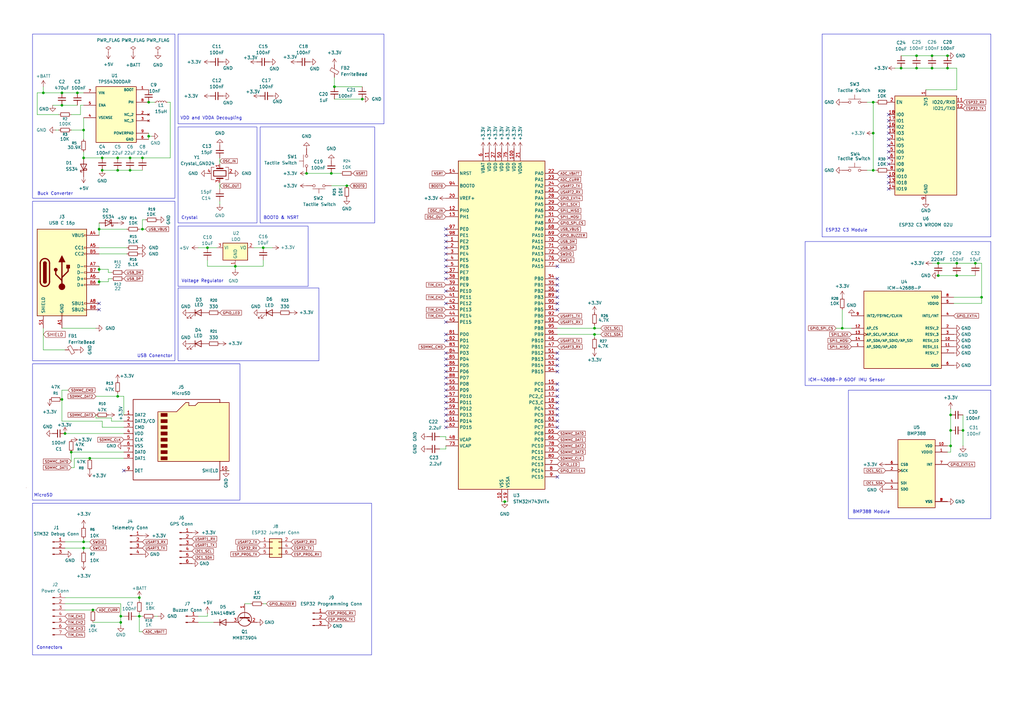
<source format=kicad_sch>
(kicad_sch (version 20250114) (generator "eeschema") (generator_version "9.0")
  (paper "A3")
  (rectangle (start 13.335 206.375) (end 152.4 268.605))
  (rectangle (start 73.025 13.97) (end 157.48 50.8))
  (rectangle (start 330.2 99.06) (end 406.4 158.115))
  (rectangle (start 73.025 92.71) (end 126.365 117.475))
  (rectangle (start 13.335 13.97) (end 71.755 81.28))
  (rectangle (start 337.185 13.97) (end 406.4 97.155))
  (rectangle (start 13.335 149.225) (end 98.425 205.105))
  (rectangle (start 73.025 52.07) (end 105.41 91.44))
  (rectangle (start 73.025 118.11) (end 130.81 147.955))
  (rectangle (start 106.68 52.07) (end 153.67 91.44))
  (rectangle (start 347.98 160.02) (end 406.4 212.725))
  (rectangle (start 13.335 82.55) (end 71.755 147.955))
  (text "Crystal\n" (at 77.724 89.408 0) (effects (font (size 1.27 1.27))))
  (text "BOOT0 & NSRT" (at 115.316 89.408 0) (effects (font (size 1.27 1.27))))
  (text "VDD and VDDA Decoupling\n" (at 86.614 48.514 0) (effects (font (size 1.27 1.27))))
  (text "ESP32 C3 Module" (at 347.218 94.488 0) (effects (font (size 1.27 1.27))))
  (text "USB Conenctor" (at 63.5 146.05 0) (effects (font (size 1.27 1.27))))
  (text "Connectors" (at 20.32 265.684 0) (effects (font (size 1.27 1.27))))
  (text "MicroSD" (at 17.78 203.2 0) (effects (font (size 1.27 1.27))))
  (text "BMP388 Module" (at 357.378 210.058 0) (effects (font (size 1.27 1.27))))
  (text "ICM-42688-P 6DOF IMU Sensor" (at 347.218 155.956 0) (effects (font (size 1.27 1.27))))
  (text "Voltage Regulator" (at 83.058 115.316 0) (effects (font (size 1.27 1.27))))
  (text "Buck Converter" (at 22.606 79.502 0) (effects (font (size 1.27 1.27))))
  (junction (at 58.42 93.98))
  (junction (at 392.43 107.95))
  (junction (at 148.59 40.64))
  (junction (at 389.89 176.53))
  (junction (at 57.15 252.73))
  (junction (at 34.29 64.77))
  (junction (at 389.89 170.18))
  (junction (at 25.4 38.1))
  (junction (at 57.15 245.11))
  (junction (at 375.92 22.86))
  (junction (at 384.81 113.03))
  (junction (at 53.34 69.85))
  (junction (at 400.05 107.95))
  (junction (at 375.92 27.94))
  (junction (at 142.24 76.2))
  (junction (at 85.09 101.6))
  (junction (at 358.14 69.85))
  (junction (at 125.73 71.12))
  (junction (at 31.75 38.1))
  (junction (at 137.16 35.56))
  (junction (at 358.14 41.91))
  (junction (at 135.89 71.12))
  (junction (at 96.52 109.22))
  (junction (at 41.91 64.77))
  (junction (at 60.96 55.88))
  (junction (at 29.21 185.42))
  (junction (at 26.67 177.8))
  (junction (at 389.89 182.88))
  (junction (at 49.53 255.27))
  (junction (at 36.83 187.96))
  (junction (at 40.64 93.98))
  (junction (at 358.14 54.61))
  (junction (at 41.91 69.85))
  (junction (at 25.4 163.83))
  (junction (at 369.57 27.94))
  (junction (at 384.81 107.95))
  (junction (at 38.1 250.19))
  (junction (at 40.64 115.57))
  (junction (at 392.43 113.03))
  (junction (at 25.4 43.18))
  (junction (at 388.62 22.86))
  (junction (at 48.26 64.77))
  (junction (at 34.29 53.34))
  (junction (at 58.42 64.77))
  (junction (at 402.59 121.92))
  (junction (at 382.27 27.94))
  (junction (at 345.44 134.62))
  (junction (at 207.01 205.74))
  (junction (at 382.27 22.86))
  (junction (at 34.29 222.25))
  (junction (at 48.26 69.85))
  (junction (at 60.96 41.91))
  (junction (at 40.64 110.49))
  (junction (at 388.62 27.94))
  (junction (at 243.84 134.62))
  (junction (at 34.29 224.79))
  (junction (at 17.78 38.1))
  (junction (at 53.34 64.77))
  (junction (at 243.84 137.16))
  (junction (at 49.53 252.73))
  (junction (at 394.97 176.53))
  (junction (at 107.95 101.6))
  (junction (at 48.26 162.56))
  (no_connect (at 182.88 137.16))
  (no_connect (at 182.88 147.32))
  (no_connect (at 182.88 106.68))
  (no_connect (at 228.6 162.56))
  (no_connect (at 364.49 54.61))
  (no_connect (at 182.88 109.22))
  (no_connect (at 228.6 149.86))
  (no_connect (at 40.64 124.46))
  (no_connect (at 228.6 109.22))
  (no_connect (at 228.6 144.78))
  (no_connect (at 228.6 124.46))
  (no_connect (at 364.49 52.07))
  (no_connect (at 228.6 172.72))
  (no_connect (at 182.88 149.86))
  (no_connect (at 182.88 144.78))
  (no_connect (at 182.88 93.98))
  (no_connect (at 228.6 175.26))
  (no_connect (at 364.49 49.53))
  (no_connect (at 182.88 160.02))
  (no_connect (at 364.49 74.93))
  (no_connect (at 228.6 114.3))
  (no_connect (at 182.88 157.48))
  (no_connect (at 364.49 57.15))
  (no_connect (at 182.88 111.76))
  (no_connect (at 182.88 96.52))
  (no_connect (at 228.6 165.1))
  (no_connect (at 228.6 167.64))
  (no_connect (at 182.88 132.08))
  (no_connect (at 228.6 157.48))
  (no_connect (at 182.88 104.14))
  (no_connect (at 228.6 160.02))
  (no_connect (at 364.49 67.31))
  (no_connect (at 182.88 154.94))
  (no_connect (at 182.88 165.1))
  (no_connect (at 50.8 193.04))
  (no_connect (at 182.88 101.6))
  (no_connect (at 228.6 195.58))
  (no_connect (at 364.49 59.69))
  (no_connect (at 182.88 170.18))
  (no_connect (at 228.6 116.84))
  (no_connect (at 182.88 152.4))
  (no_connect (at 182.88 162.56))
  (no_connect (at 364.49 72.39))
  (no_connect (at 364.49 77.47))
  (no_connect (at 228.6 121.92))
  (no_connect (at 228.6 170.18))
  (no_connect (at 182.88 167.64))
  (no_connect (at 228.6 127))
  (no_connect (at 182.88 99.06))
  (no_connect (at 182.88 175.26))
  (no_connect (at 182.88 114.3))
  (no_connect (at 364.49 46.99))
  (no_connect (at 182.88 139.7))
  (no_connect (at 364.49 62.23))
  (no_connect (at 364.49 64.77))
  (no_connect (at 182.88 119.38))
  (no_connect (at 228.6 119.38))
  (no_connect (at 228.6 152.4))
  (no_connect (at 182.88 124.46))
  (no_connect (at 228.6 147.32))
  (no_connect (at 182.88 172.72))
  (no_connect (at 40.64 127))
  (wire (pts (xy 100.33 247.65) (xy 102.87 247.65)))
  (wire (pts (xy 389.89 182.88) (xy 388.62 182.88)))
  (wire (pts (xy 359.41 69.85) (xy 358.14 69.85)))
  (wire (pts (xy 48.26 161.29) (xy 48.26 162.56)))
  (wire (pts (xy 15.24 46.99) (xy 15.24 38.1)))
  (wire (pts (xy 40.64 109.22) (xy 40.64 110.49)))
  (wire (pts (xy 40.64 104.14) (xy 52.07 104.14)))
  (wire (pts (xy 21.59 43.18) (xy 25.4 43.18)))
  (wire (pts (xy 93.98 193.04) (xy 92.71 193.04)))
  (wire (pts (xy 137.16 31.75) (xy 137.16 35.56)))
  (wire (pts (xy 40.64 93.98) (xy 52.07 93.98)))
  (wire (pts (xy 137.16 35.56) (xy 148.59 35.56)))
  (wire (pts (xy 382.27 22.86) (xy 388.62 22.86)))
  (wire (pts (xy 355.6 41.91) (xy 358.14 41.91)))
  (wire (pts (xy 34.29 224.79) (xy 36.83 224.79)))
  (wire (pts (xy 45.72 111.76) (xy 44.45 111.76)))
  (wire (pts (xy 55.88 252.73) (xy 57.15 252.73)))
  (wire (pts (xy 402.59 124.46) (xy 402.59 121.92)))
  (wire (pts (xy 26.67 245.11) (xy 57.15 245.11)))
  (wire (pts (xy 85.09 109.22) (xy 96.52 109.22)))
  (wire (pts (xy 33.02 43.18) (xy 34.29 43.18)))
  (wire (pts (xy 34.29 62.23) (xy 34.29 64.77)))
  (wire (pts (xy 389.89 167.64) (xy 389.89 170.18)))
  (wire (pts (xy 369.57 27.94) (xy 375.92 27.94)))
  (wire (pts (xy 25.4 43.18) (xy 31.75 43.18)))
  (wire (pts (xy 40.64 101.6) (xy 52.07 101.6)))
  (wire (pts (xy 57.15 93.98) (xy 58.42 93.98)))
  (wire (pts (xy 358.14 41.91) (xy 359.41 41.91)))
  (wire (pts (xy 41.91 64.77) (xy 48.26 64.77)))
  (wire (pts (xy 182.88 184.15) (xy 180.34 184.15)))
  (wire (pts (xy 30.48 191.77) (xy 29.21 191.77)))
  (wire (pts (xy 392.43 36.83) (xy 379.73 36.83)))
  (wire (pts (xy 107.95 247.65) (xy 109.22 247.65)))
  (wire (pts (xy 49.53 252.73) (xy 50.8 252.73)))
  (wire (pts (xy 45.72 114.3) (xy 44.45 114.3)))
  (wire (pts (xy 246.38 137.16) (xy 243.84 137.16)))
  (wire (pts (xy 345.44 134.62) (xy 349.25 134.62)))
  (wire (pts (xy 26.67 222.25) (xy 34.29 222.25)))
  (wire (pts (xy 26.67 177.8) (xy 50.8 177.8)))
  (wire (pts (xy 29.21 185.42) (xy 50.8 185.42)))
  (wire (pts (xy 246.38 134.62) (xy 243.84 134.62)))
  (wire (pts (xy 34.29 226.06) (xy 34.29 224.79)))
  (wire (pts (xy 34.29 222.25) (xy 36.83 222.25)))
  (wire (pts (xy 85.09 101.6) (xy 81.28 101.6)))
  (wire (pts (xy 25.4 38.1) (xy 31.75 38.1)))
  (wire (pts (xy 375.92 22.86) (xy 382.27 22.86)))
  (wire (pts (xy 48.26 64.77) (xy 53.34 64.77)))
  (wire (pts (xy 31.75 38.1) (xy 34.29 38.1)))
  (wire (pts (xy 402.59 121.92) (xy 402.59 107.95)))
  (wire (pts (xy 41.91 175.26) (xy 41.91 172.72)))
  (wire (pts (xy 81.28 255.27) (xy 87.63 255.27)))
  (wire (pts (xy 25.4 160.02) (xy 25.4 163.83)))
  (wire (pts (xy 391.16 121.92) (xy 402.59 121.92)))
  (wire (pts (xy 90.17 77.47) (xy 90.17 74.93)))
  (wire (pts (xy 45.72 171.45) (xy 39.37 171.45)))
  (wire (pts (xy 384.81 113.03) (xy 392.43 113.03)))
  (wire (pts (xy 369.57 22.86) (xy 375.92 22.86)))
  (wire (pts (xy 107.95 106.68) (xy 107.95 109.22)))
  (wire (pts (xy 53.34 69.85) (xy 58.42 69.85)))
  (wire (pts (xy 69.85 64.77) (xy 69.85 41.91)))
  (wire (pts (xy 44.45 115.57) (xy 40.64 115.57)))
  (wire (pts (xy 39.37 134.62) (xy 25.4 134.62)))
  (wire (pts (xy 41.91 69.85) (xy 48.26 69.85)))
  (wire (pts (xy 38.1 255.27) (xy 49.53 255.27)))
  (wire (pts (xy 34.29 64.77) (xy 41.91 64.77)))
  (wire (pts (xy 58.42 90.17) (xy 58.42 93.98)))
  (wire (pts (xy 33.02 43.18) (xy 33.02 46.99)))
  (wire (pts (xy 33.02 46.99) (xy 29.21 46.99)))
  (wire (pts (xy 85.09 251.46) (xy 85.09 252.73)))
  (wire (pts (xy 182.88 180.34) (xy 182.88 179.07)))
  (wire (pts (xy 389.89 185.42) (xy 389.89 182.88)))
  (wire (pts (xy 402.59 107.95) (xy 400.05 107.95)))
  (wire (pts (xy 135.89 71.12) (xy 139.7 71.12)))
  (wire (pts (xy 182.88 179.07) (xy 180.34 179.07)))
  (wire (pts (xy 104.14 101.6) (xy 107.95 101.6)))
  (wire (pts (xy 36.83 187.96) (xy 30.48 187.96)))
  (wire (pts (xy 107.95 101.6) (xy 111.76 101.6)))
  (wire (pts (xy 391.16 124.46) (xy 402.59 124.46)))
  (wire (pts (xy 44.45 114.3) (xy 44.45 115.57)))
  (wire (pts (xy 60.96 54.61) (xy 60.96 55.88)))
  (wire (pts (xy 243.84 138.43) (xy 243.84 137.16)))
  (wire (pts (xy 60.96 41.91) (xy 63.5 41.91)))
  (wire (pts (xy 29.21 185.42) (xy 29.21 189.23)))
  (wire (pts (xy 17.78 35.56) (xy 17.78 38.1)))
  (wire (pts (xy 45.72 172.72) (xy 45.72 171.45)))
  (wire (pts (xy 26.67 247.65) (xy 49.53 247.65)))
  (wire (pts (xy 15.24 38.1) (xy 17.78 38.1)))
  (wire (pts (xy 30.48 187.96) (xy 30.48 191.77)))
  (wire (pts (xy 34.29 53.34) (xy 29.21 53.34)))
  (wire (pts (xy 90.17 82.55) (xy 90.17 83.82)))
  (wire (pts (xy 39.37 171.45) (xy 39.37 170.18)))
  (wire (pts (xy 394.97 176.53) (xy 394.97 182.88)))
  (wire (pts (xy 384.81 107.95) (xy 392.43 107.95)))
  (wire (pts (xy 57.15 252.73) (xy 57.15 259.08)))
  (wire (pts (xy 243.84 137.16) (xy 228.6 137.16)))
  (wire (pts (xy 389.89 170.18) (xy 389.89 176.53)))
  (wire (pts (xy 27.94 160.02) (xy 25.4 160.02)))
  (wire (pts (xy 367.03 27.94) (xy 369.57 27.94)))
  (wire (pts (xy 24.13 53.34) (xy 22.86 53.34)))
  (wire (pts (xy 40.64 110.49) (xy 40.64 111.76)))
  (wire (pts (xy 25.4 163.83) (xy 25.4 172.72)))
  (wire (pts (xy 205.74 205.74) (xy 207.01 205.74)))
  (wire (pts (xy 96.52 110.49) (xy 96.52 109.22)))
  (wire (pts (xy 182.88 182.88) (xy 182.88 184.15)))
  (wire (pts (xy 85.09 106.68) (xy 85.09 109.22)))
  (wire (pts (xy 17.78 38.1) (xy 25.4 38.1)))
  (wire (pts (xy 85.09 101.6) (xy 88.9 101.6)))
  (wire (pts (xy 358.14 54.61) (xy 358.14 69.85)))
  (wire (pts (xy 44.45 111.76) (xy 44.45 110.49)))
  (wire (pts (xy 58.42 93.98) (xy 59.69 93.98)))
  (wire (pts (xy 40.64 115.57) (xy 40.64 116.84)))
  (wire (pts (xy 207.01 205.74) (xy 208.28 205.74)))
  (wire (pts (xy 49.53 252.73) (xy 49.53 255.27)))
  (wire (pts (xy 58.42 64.77) (xy 69.85 64.77)))
  (wire (pts (xy 69.85 41.91) (xy 68.58 41.91)))
  (wire (pts (xy 60.96 55.88) (xy 62.23 55.88)))
  (wire (pts (xy 388.62 27.94) (xy 392.43 27.94)))
  (wire (pts (xy 36.83 187.96) (xy 50.8 187.96)))
  (wire (pts (xy 143.51 76.2) (xy 142.24 76.2)))
  (wire (pts (xy 40.64 91.44) (xy 40.64 93.98)))
  (wire (pts (xy 107.95 109.22) (xy 96.52 109.22)))
  (wire (pts (xy 57.15 252.73) (xy 58.42 252.73)))
  (wire (pts (xy 137.16 40.64) (xy 148.59 40.64)))
  (wire (pts (xy 39.37 162.56) (xy 48.26 162.56)))
  (wire (pts (xy 394.97 170.18) (xy 394.97 176.53)))
  (wire (pts (xy 392.43 113.03) (xy 400.05 113.03)))
  (wire (pts (xy 358.14 41.91) (xy 358.14 54.61)))
  (wire (pts (xy 40.64 114.3) (xy 40.64 115.57)))
  (wire (pts (xy 243.84 133.35) (xy 243.84 134.62)))
  (wire (pts (xy 392.43 107.95) (xy 400.05 107.95)))
  (wire (pts (xy 50.8 170.18) (xy 50.8 162.56)))
  (wire (pts (xy 342.9 134.62) (xy 345.44 134.62)))
  (wire (pts (xy 85.09 252.73) (xy 81.28 252.73)))
  (wire (pts (xy 135.89 76.2) (xy 142.24 76.2)))
  (wire (pts (xy 41.91 172.72) (xy 25.4 172.72)))
  (wire (pts (xy 17.78 143.51) (xy 26.67 143.51)))
  (wire (pts (xy 40.64 93.98) (xy 40.64 96.52)))
  (wire (pts (xy 389.89 185.42) (xy 388.62 185.42)))
  (wire (pts (xy 60.96 55.88) (xy 60.96 57.15)))
  (wire (pts (xy 50.8 175.26) (xy 41.91 175.26)))
  (wire (pts (xy 392.43 27.94) (xy 392.43 36.83)))
  (wire (pts (xy 382.27 27.94) (xy 388.62 27.94)))
  (wire (pts (xy 389.89 176.53) (xy 389.89 182.88)))
  (wire (pts (xy 382.27 107.95) (xy 384.81 107.95)))
  (polyline (pts (xy 10.795 200.025) (xy 10.795 200.025)) (stroke (width 0) (type solid) (color 132 0 0 1)))
  (wire (pts (xy 57.15 251.46) (xy 57.15 252.73)))
  (wire (pts (xy 345.44 127) (xy 345.44 134.62)))
  (wire (pts (xy 375.92 27.94) (xy 382.27 27.94)))
  (wire (pts (xy 26.67 224.79) (xy 34.29 224.79)))
  (wire (pts (xy 90.17 64.77) (xy 90.17 67.31)))
  (wire (pts (xy 57.15 245.11) (xy 57.15 246.38)))
  (wire (pts (xy 50.8 172.72) (xy 45.72 172.72)))
  (wire (pts (xy 38.1 250.19) (xy 39.37 250.19)))
  (wire (pts (xy 15.24 46.99) (xy 24.13 46.99)))
  (wire (pts (xy 57.15 259.08) (xy 58.42 259.08)))
  (wire (pts (xy 48.26 162.56) (xy 50.8 162.56)))
  (wire (pts (xy 59.69 90.17) (xy 58.42 90.17)))
  (wire (pts (xy 125.73 71.12) (xy 135.89 71.12)))
  (wire (pts (xy 48.26 69.85) (xy 53.34 69.85)))
  (wire (pts (xy 34.29 220.98) (xy 34.29 222.25)))
  (wire (pts (xy 44.45 110.49) (xy 40.64 110.49)))
  (wire (pts (xy 243.84 134.62) (xy 228.6 134.62)))
  (wire (pts (xy 17.78 134.62) (xy 17.78 143.51)))
  (wire (pts (xy 355.6 69.85) (xy 358.14 69.85)))
  (wire (pts (xy 49.53 252.73) (xy 49.53 247.65)))
  (wire (pts (xy 53.34 64.77) (xy 58.42 64.77)))
  (wire (pts (xy 26.67 250.19) (xy 38.1 250.19)))
  (wire (pts (xy 34.29 48.26) (xy 34.29 53.34)))
  (wire (pts (xy 49.53 255.27) (xy 49.53 256.54)))
  (wire (pts (xy 63.5 252.73) (xy 64.77 252.73)))
  (wire (pts (xy 34.29 53.34) (xy 34.29 57.15)))
  (global_label "I2C1_SDA" (shape input) (at 78.74 228.6 0) (effects (font (size 1 1))) (property "Intersheetrefs" "${INTERSHEET_REFS}" (effects (hide yes))))
  (global_label "USART2_RX" (shape input) (at 119.38 222.25 0) (effects (font (size 1 1))) (property "Intersheetrefs" "${INTERSHEET_REFS}" (effects (hide yes))))
  (global_label "I2C1_SDA" (shape input) (at 246.38 137.16 0) (effects (font (size 1 1))) (property "Intersheetrefs" "${INTERSHEET_REFS}" (effects (hide yes))))
  (global_label "SDMMC_DAT0" (shape input) (at 228.6 177.8 0) (effects (font (size 1 1))) (property "Intersheetrefs" "${INTERSHEET_REFS}" (effects (hide yes))))
  (global_label "TIM_CH1" (shape input) (at 26.67 252.73 0) (effects (font (size 1 1))) (property "Intersheetrefs" "${INTERSHEET_REFS}" (effects (hide yes))))
  (global_label "BOOT0" (shape input) (at 182.88 76.2 180) (effects (font (size 1 1))) (property "Intersheetrefs" "${INTERSHEET_REFS}" (effects (hide yes))))
  (global_label "GPIO_EXTI4" (shape input) (at 391.16 129.54 0) (effects (font (size 1 1))) (property "Intersheetrefs" "${INTERSHEET_REFS}" (effects (hide yes))))
  (global_label "USB_DM" (shape input) (at 50.8 111.76 0) (effects (font (size 1 1))) (property "Intersheetrefs" "${INTERSHEET_REFS}" (effects (hide yes))))
  (global_label "GPIO_BUZZER" (shape input) (at 228.6 96.52 0) (effects (font (size 1 1))) (property "Intersheetrefs" "${INTERSHEET_REFS}" (effects (hide yes))))
  (global_label "USART1_RX" (shape input) (at 228.6 132.08 0) (effects (font (size 1 1))) (property "Intersheetrefs" "${INTERSHEET_REFS}" (effects (hide yes))))
  (global_label "ADC_VBATT" (shape input) (at 58.42 259.08 0) (effects (font (size 1 1))) (property "Intersheetrefs" "${INTERSHEET_REFS}" (effects (hide yes))))
  (global_label "USART3_RX" (shape input) (at 58.42 222.25 0) (effects (font (size 1 1))) (property "Intersheetrefs" "${INTERSHEET_REFS}" (effects (hide yes))))
  (global_label "SDMMC_CLK" (shape input) (at 50.8 180.34 180) (effects (font (size 1 1))) (property "Intersheetrefs" "${INTERSHEET_REFS}" (effects (hide yes))))
  (global_label "GPIO_LED" (shape input) (at 228.6 190.5 0) (effects (font (size 1 1))) (property "Intersheetrefs" "${INTERSHEET_REFS}" (effects (hide yes))))
  (global_label "I2C1_SCL" (shape input) (at 78.74 226.06 0) (effects (font (size 1 1))) (property "Intersheetrefs" "${INTERSHEET_REFS}" (effects (hide yes))))
  (global_label "SPI1_MOSI" (shape input) (at 349.25 139.7 180) (effects (font (size 1 1))) (property "Intersheetrefs" "${INTERSHEET_REFS}" (effects (hide yes))))
  (global_label "SHIELD" (shape input) (at 17.78 137.16 0) (property "Intersheetrefs" "${INTERSHEET_REFS}" (effects (hide yes))))
  (global_label "I2C1_SDA" (shape input) (at 363.22 198.12 180) (effects (font (size 1 1))) (property "Intersheetrefs" "${INTERSHEET_REFS}" (effects (hide yes))))
  (global_label "SDMMC_DAT3" (shape input) (at 39.37 170.18 180) (effects (font (size 1 1))) (property "Intersheetrefs" "${INTERSHEET_REFS}" (effects (hide yes))))
  (global_label "I2C1_SCL" (shape input) (at 246.38 134.62 0) (effects (font (size 1 1))) (property "Intersheetrefs" "${INTERSHEET_REFS}" (effects (hide yes))))
  (global_label "SPI1_SCK" (shape input) (at 228.6 83.82 0) (effects (font (size 1 1))) (property "Intersheetrefs" "${INTERSHEET_REFS}" (effects (hide yes))))
  (global_label "USART2_TX" (shape input) (at 228.6 76.2 0) (effects (font (size 1 1))) (property "Intersheetrefs" "${INTERSHEET_REFS}" (effects (hide yes))))
  (global_label "NSRT" (shape input) (at 144.78 71.12 0) (effects (font (size 1 1))) (property "Intersheetrefs" "${INTERSHEET_REFS}" (effects (hide yes))))
  (global_label "ESP32_TX" (shape input) (at 119.38 224.79 0) (effects (font (size 1 1))) (property "Intersheetrefs" "${INTERSHEET_REFS}" (effects (hide yes))))
  (global_label "USART2_TX" (shape input) (at 106.68 222.25 180) (effects (font (size 1 1))) (property "Intersheetrefs" "${INTERSHEET_REFS}" (effects (hide yes))))
  (global_label "TIM_CH2" (shape input) (at 182.88 121.92 180) (effects (font (size 1 1))) (property "Intersheetrefs" "${INTERSHEET_REFS}" (effects (hide yes))))
  (global_label "ESP32_TX" (shape input) (at 394.97 44.45 0) (effects (font (size 1 1))) (property "Intersheetrefs" "${INTERSHEET_REFS}" (effects (hide yes))))
  (global_label "SDMMC_CMD" (shape input) (at 27.94 160.02 0) (effects (font (size 1 1))) (property "Intersheetrefs" "${INTERSHEET_REFS}" (effects (hide yes))))
  (global_label "SDMMC_DAT1" (shape input) (at 228.6 180.34 0) (effects (font (size 1 1))) (property "Intersheetrefs" "${INTERSHEET_REFS}" (effects (hide yes))))
  (global_label "TIM_CH4" (shape input) (at 182.88 129.54 180) (effects (font (size 1 1))) (property "Intersheetrefs" "${INTERSHEET_REFS}" (effects (hide yes))))
  (global_label "GPIO_EXTI4" (shape input) (at 228.6 81.28 0) (effects (font (size 1 1))) (property "Intersheetrefs" "${INTERSHEET_REFS}" (effects (hide yes))))
  (global_label "USART3_TX" (shape input) (at 58.42 224.79 0) (effects (font (size 1 1))) (property "Intersheetrefs" "${INTERSHEET_REFS}" (effects (hide yes))))
  (global_label "SWCLK" (shape input) (at 228.6 106.68 0) (effects (font (size 1 1))) (property "Intersheetrefs" "${INTERSHEET_REFS}" (effects (hide yes))))
  (global_label "SDMMC_CMD" (shape input) (at 182.88 142.24 180) (effects (font (size 1 1))) (property "Intersheetrefs" "${INTERSHEET_REFS}" (effects (hide yes))))
  (global_label "SPI1_MOSI" (shape input) (at 228.6 88.9 0) (effects (font (size 1 1))) (property "Intersheetrefs" "${INTERSHEET_REFS}" (effects (hide yes))))
  (global_label "USB_DM" (shape input) (at 228.6 99.06 0) (effects (font (size 1 1))) (property "Intersheetrefs" "${INTERSHEET_REFS}" (effects (hide yes))))
  (global_label "TIM_CH4" (shape input) (at 26.67 260.35 0) (effects (font (size 1 1))) (property "Intersheetrefs" "${INTERSHEET_REFS}" (effects (hide yes))))
  (global_label "TIM_CH2" (shape input) (at 26.67 255.27 0) (effects (font (size 1 1))) (property "Intersheetrefs" "${INTERSHEET_REFS}" (effects (hide yes))))
  (global_label "SPI1_MISO" (shape input) (at 349.25 142.24 180) (effects (font (size 1 1))) (property "Intersheetrefs" "${INTERSHEET_REFS}" (effects (hide yes))))
  (global_label "TIM_CH1" (shape input) (at 182.88 116.84 180) (effects (font (size 1 1))) (property "Intersheetrefs" "${INTERSHEET_REFS}" (effects (hide yes))))
  (global_label "USB_VBUS" (shape input) (at 228.6 93.98 0) (effects (font (size 1 1))) (property "Intersheetrefs" "${INTERSHEET_REFS}" (effects (hide yes))))
  (global_label "ESP_PROG_TX" (shape input) (at 106.68 227.33 180) (effects (font (size 1 1))) (property "Intersheetrefs" "${INTERSHEET_REFS}" (effects (hide yes))))
  (global_label "SDMMC_DAT2" (shape input) (at 228.6 182.88 0) (effects (font (size 1 1))) (property "Intersheetrefs" "${INTERSHEET_REFS}" (effects (hide yes))))
  (global_label "USART3_RX" (shape input) (at 228.6 142.24 0) (effects (font (size 1 1))) (property "Intersheetrefs" "${INTERSHEET_REFS}" (effects (hide yes))))
  (global_label "ESP_PROG_RX" (shape input) (at 133.35 251.46 0) (effects (font (size 1 1))) (property "Intersheetrefs" "${INTERSHEET_REFS}" (effects (hide yes))))
  (global_label "SDMMC_DAT0" (shape input) (at 29.21 189.23 180) (effects (font (size 1 1))) (property "Intersheetrefs" "${INTERSHEET_REFS}" (effects (hide yes))))
  (global_label "OSC_IN" (shape input) (at 182.88 86.36 180) (effects (font (size 1 1))) (property "Intersheetrefs" "${INTERSHEET_REFS}" (effects (hide yes))))
  (global_label "ADC_CURR" (shape input) (at 228.6 73.66 0) (effects (font (size 1 1))) (property "Intersheetrefs" "${INTERSHEET_REFS}" (effects (hide yes))))
  (global_label "GPIO_BUZZER" (shape input) (at 109.22 247.65 0) (effects (font (size 1 1))) (property "Intersheetrefs" "${INTERSHEET_REFS}" (effects (hide yes))))
  (global_label "GPIO_EXTI14" (shape input) (at 388.62 190.5 0) (effects (font (size 1 1))) (property "Intersheetrefs" "${INTERSHEET_REFS}" (effects (hide yes))))
  (global_label "OSC_OUT" (shape input) (at 182.88 88.9 180) (effects (font (size 1 1))) (property "Intersheetrefs" "${INTERSHEET_REFS}" (effects (hide yes))))
  (global_label "ADC_VBATT" (shape input) (at 228.6 71.12 0) (effects (font (size 1 1))) (property "Intersheetrefs" "${INTERSHEET_REFS}" (effects (hide yes))))
  (global_label "TIM_CH3" (shape input) (at 182.88 127 180) (effects (font (size 1 1))) (property "Intersheetrefs" "${INTERSHEET_REFS}" (effects (hide yes))))
  (global_label "BOOT0" (shape input) (at 143.51 76.2 0) (effects (font (size 1 1))) (property "Intersheetrefs" "${INTERSHEET_REFS}" (effects (hide yes))))
  (global_label "GPIO_EXTI14" (shape input) (at 228.6 193.04 0) (effects (font (size 1 1))) (property "Intersheetrefs" "${INTERSHEET_REFS}" (effects (hide yes))))
  (global_label "ESP32_RX" (shape input) (at 106.68 224.79 180) (effects (font (size 1 1))) (property "Intersheetrefs" "${INTERSHEET_REFS}" (effects (hide yes))))
  (global_label "I2C1_SCL" (shape input) (at 363.22 193.04 180) (effects (font (size 1 1))) (property "Intersheetrefs" "${INTERSHEET_REFS}" (effects (hide yes))))
  (global_label "TIM_CH3" (shape input) (at 26.67 257.81 0) (effects (font (size 1 1))) (property "Intersheetrefs" "${INTERSHEET_REFS}" (effects (hide yes))))
  (global_label "GPIO_LED" (shape input) (at 90.17 128.27 0) (effects (font (size 1 1))) (property "Intersheetrefs" "${INTERSHEET_REFS}" (effects (hide yes))))
  (global_label "SDMMC_DAT2" (shape input) (at 39.37 162.56 180) (effects (font (size 1 1))) (property "Intersheetrefs" "${INTERSHEET_REFS}" (effects (hide yes))))
  (global_label "GPIO_SPI_CS" (shape input) (at 342.9 134.62 180) (effects (font (size 1 1))) (property "Intersheetrefs" "${INTERSHEET_REFS}" (effects (hide yes))))
  (global_label "USART1_TX" (shape input) (at 228.6 129.54 0) (effects (font (size 1 1))) (property "Intersheetrefs" "${INTERSHEET_REFS}" (effects (hide yes))))
  (global_label "SPI1_MISO" (shape input) (at 228.6 86.36 0) (effects (font (size 1 1))) (property "Intersheetrefs" "${INTERSHEET_REFS}" (effects (hide yes))))
  (global_label "SWCLK" (shape input) (at 36.83 224.79 0) (effects (font (size 1 1))) (property "Intersheetrefs" "${INTERSHEET_REFS}" (effects (hide yes))))
  (global_label "SWDIO" (shape input) (at 36.83 222.25 0) (effects (font (size 1 1))) (property "Intersheetrefs" "${INTERSHEET_REFS}" (effects (hide yes))))
  (global_label "ESP32_RX" (shape input) (at 394.97 41.91 0) (effects (font (size 1 1))) (property "Intersheetrefs" "${INTERSHEET_REFS}" (effects (hide yes))))
  (global_label "USB_DP" (shape input) (at 50.8 114.3 0) (effects (font (size 1 1))) (property "Intersheetrefs" "${INTERSHEET_REFS}" (effects (hide yes))))
  (global_label "NSRT" (shape input) (at 182.88 71.12 180) (effects (font (size 1 1))) (property "Intersheetrefs" "${INTERSHEET_REFS}" (effects (hide yes))))
  (global_label "SDMMC_DAT1" (shape input) (at 29.21 191.77 180) (effects (font (size 1 1))) (property "Intersheetrefs" "${INTERSHEET_REFS}" (effects (hide yes))))
  (global_label "USART3_TX" (shape input) (at 228.6 139.7 0) (effects (font (size 1 1))) (property "Intersheetrefs" "${INTERSHEET_REFS}" (effects (hide yes))))
  (global_label "SDMMC_DAT3" (shape input) (at 228.6 185.42 0) (effects (font (size 1 1))) (property "Intersheetrefs" "${INTERSHEET_REFS}" (effects (hide yes))))
  (global_label "USART1_RX" (shape input) (at 78.74 220.98 0) (effects (font (size 1 1))) (property "Intersheetrefs" "${INTERSHEET_REFS}" (effects (hide yes))))
  (global_label "USB_DP" (shape input) (at 228.6 101.6 0) (effects (font (size 1 1))) (property "Intersheetrefs" "${INTERSHEET_REFS}" (effects (hide yes))))
  (global_label "OSC_OUT" (shape input) (at 90.17 76.2 0) (effects (font (size 1 1))) (property "Intersheetrefs" "${INTERSHEET_REFS}" (effects (hide yes))))
  (global_label "GPIO_SPI_CS" (shape input) (at 228.6 91.44 0) (effects (font (size 1 1))) (property "Intersheetrefs" "${INTERSHEET_REFS}" (effects (hide yes))))
  (global_label "OSC_IN" (shape input) (at 90.17 66.04 0) (effects (font (size 1 1))) (property "Intersheetrefs" "${INTERSHEET_REFS}" (effects (hide yes))))
  (global_label "ESP_PROG_RX" (shape input) (at 119.38 227.33 0) (effects (font (size 1 1))) (property "Intersheetrefs" "${INTERSHEET_REFS}" (effects (hide yes))))
  (global_label "USART2_RX" (shape input) (at 228.6 78.74 0) (effects (font (size 1 1))) (property "Intersheetrefs" "${INTERSHEET_REFS}" (effects (hide yes))))
  (global_label "ESP_PROG_TX" (shape input) (at 133.35 254 0) (effects (font (size 1 1))) (property "Intersheetrefs" "${INTERSHEET_REFS}" (effects (hide yes))))
  (global_label "USB_VBUS" (shape input) (at 59.69 93.98 0) (effects (font (size 1 1))) (property "Intersheetrefs" "${INTERSHEET_REFS}" (effects (hide yes))))
  (global_label "SPI1_SCK" (shape input) (at 349.25 137.16 180) (effects (font (size 1 1))) (property "Intersheetrefs" "${INTERSHEET_REFS}" (effects (hide yes))))
  (global_label "SDMMC_CLK" (shape input) (at 228.6 187.96 0) (effects (font (size 1 1))) (property "Intersheetrefs" "${INTERSHEET_REFS}" (effects (hide yes))))
  (global_label "SWDIO" (shape input) (at 228.6 104.14 0) (effects (font (size 1 1))) (property "Intersheetrefs" "${INTERSHEET_REFS}" (effects (hide yes))))
  (global_label "ADC_CURR" (shape input) (at 39.37 250.19 0) (effects (font (size 1 1))) (property "Intersheetrefs" "${INTERSHEET_REFS}" (effects (hide yes))))
  (global_label "USART1_TX" (shape input) (at 78.74 223.52 0) (effects (font (size 1 1))) (property "Intersheetrefs" "${INTERSHEET_REFS}" (effects (hide yes))))
  (symbol (lib_id "Device:Crystal_GND24") (at 90.17 71.12 270) (unit 1)
    (property "Reference" "Y1" (at 80.772 64.516 90))
    (property "Value" "Crystal_GND24" (at 81.026 67.056 90))
    (property "Footprint" "Crystal:Crystal_SMD_3225-4Pin_3.2x2.5mm" (effects (hide yes)))
    (property "Description" "Four pin crystal, GND on pins 2 and 4" (effects (hide yes)))
  )
  (symbol (lib_id "Device:R_Small") (at 26.67 53.34 90) (unit 1)
    (property "Reference" "R3" (at 26.67 55.118 90) (effects (font (size 1.016 1.016))))
    (property "Value" "10K" (at 26.543 57.023 90))
    (property "Footprint" "Resistor_SMD:R_0603_1608Metric" (effects (hide yes)))
    (property "Description" "0603" (effects (hide yes)))
  )
  (symbol (lib_id "power:GND") (at 92.71 193.04 0) (unit 1)
    (property "Reference" "#PWR046" (effects (hide yes)))
    (property "Value" "GND" (at 92.71 196.088 90) (effects (justify right)))
    (property "Description" "Power symbol creates a global label with name \"GND\" , ground" (effects (hide yes)))
  )
  (symbol (lib_id "power:GND") (at 62.23 55.88 90) (unit 1)
    (property "Reference" "#PWR028" (effects (hide yes)))
    (property "Value" "GND" (at 61.722 58.674 90) (effects (justify right)))
    (property "Description" "Power symbol creates a global label with name \"GND\" , ground" (effects (hide yes)))
  )
  (symbol (lib_id "Device:C_Small") (at 400.05 110.49 180) (unit 1)
    (property "Reference" "C32" (at 400.05 103.886 0))
    (property "Value" "10uF" (at 400.05 106.426 0))
    (property "Footprint" "Capacitor_SMD:C_1206_3216Metric" (effects (hide yes)))
    (property "Description" "1206" (effects (hide yes)))
  )
  (symbol (lib_id "power:GND") (at 391.16 144.78 90) (unit 1)
    (property "Reference" "#PWR098" (effects (hide yes)))
    (property "Value" "GND" (at 396.24 144.78 90))
    (property "Description" "Power symbol creates a global label with name \"GND\" , ground" (effects (hide yes)))
  )
  (symbol (lib_id "Device:FerriteBead_Small") (at 137.16 29.21 0) (unit 1)
    (property "Reference" "FB2" (at 139.7 27.9018 0) (effects (justify left)))
    (property "Value" "FerriteBead" (at 139.7 30.4418 0) (effects (justify left)))
    (property "Footprint" "Inductor_SMD:L_0603_1608Metric" (effects (hide yes)))
    (property "Description" "Ferrite bead, small symbol" (effects (hide yes)))
  )
  (symbol (lib_id "Device:C_Small") (at 53.34 67.31 0) (unit 1)
    (property "Reference" "C6" (at 53.34 60.198 0))
    (property "Value" "22uF" (at 53.34 62.738 0))
    (property "Footprint" "Capacitor_SMD:C_1206_3216Metric" (effects (hide yes)))
    (property "Description" "1206" (effects (hide yes)))
  )
  (symbol (lib_id "power:GND") (at 90.17 83.82 0) (unit 1)
    (property "Reference" "#PWR042" (effects (hide yes)))
    (property "Value" "GND" (at 90.17 88.392 0))
    (property "Description" "Power symbol creates a global label with name \"GND\" , ground" (effects (hide yes)))
  )
  (symbol (lib_id "Connector:Micro_SD_Card_Det1") (at 73.66 180.34 0) (unit 1)
    (property "Reference" "J5" (at 74.295 158.75 0))
    (property "Value" "MicroSD" (at 74.295 161.29 0))
    (property "Footprint" "ST-TF-003A:SUNTECH_ST-TF-003A" (effects (hide yes)))
    (property "Datasheet" "https://datasheet.lcsc.com/lcsc/2110151630_XKB-Connectivity-XKTF-015-N_C381082.pdf" (effects (hide yes)))
    (property "Description" "Micro SD Card Socket with one card detection pin" (effects (hide yes)))
  )
  (symbol (lib_id "power:GND") (at 110.49 25.4 90) (unit 1)
    (property "Reference" "#PWR053" (effects (hide yes)))
    (property "Value" "GND" (at 110.49 28.194 90) (effects (justify right)))
    (property "Description" "Power symbol creates a global label with name \"GND\" , ground" (effects (hide yes)))
  )
  (symbol (lib_id "power:+3.3V") (at 205.74 60.96 0) (unit 1)
    (property "Reference" "#PWR073" (effects (hide yes)))
    (property "Value" "+3.3V" (at 205.74 57.658 90) (effects (justify left)))
    (property "Description" "Power symbol creates a global label with name \"+3.3V\"" (effects (hide yes)))
  )
  (symbol (lib_id "power:PWR_FLAG") (at 54.61 21.59 0) (unit 1)
    (property "Reference" "#FLG02" (effects (hide yes)))
    (property "Value" "PWR_FLAG" (at 54.61 16.51 0))
    (property "Description" "Special symbol for telling ERC where power comes from" (effects (hide yes)))
  )
  (symbol (lib_id "ICM-42688-P:ICM-42688-P") (at 370.84 134.62 0) (unit 1)
    (property "Reference" "U4" (at 370.84 115.57 0))
    (property "Value" "ICM-42688-P" (at 370.84 118.11 0))
    (property "Footprint" "ICM-42688-P:PQFN50P300X250X97-14N" (effects (hide yes)))
    (property "MF" "TDK InvenSense" (effects (hide yes)))
    (property "MAXIMUM_PACKAGE_HEIGHT" "0.97mm" (effects (hide yes)))
    (property "Package" "LGA-14 TDK InvenSense" (effects (hide yes)))
    (property "Price" "None" (effects (hide yes)))
    (property "Check_prices" "https://www.snapeda.com/parts/ICM-42688-P/TDK/view-part/?ref=eda" (effects (hide yes)))
    (property "STANDARD" "IPC-7351B" (effects (hide yes)))
    (property "PARTREV" "1.2" (effects (hide yes)))
    (property "SnapEDA_Link" "https://www.snapeda.com/parts/ICM-42688-P/TDK/view-part/?ref=snap" (effects (hide yes)))
    (property "MP" "ICM-42688-P" (effects (hide yes)))
    (property "Description_1" "Accelerometer, Gyroscope, 6 Axis Sensor - Output" (effects (hide yes)))
    (property "Availability" "In Stock" (effects (hide yes)))
    (property "MANUFACTURER" "TDK InvenSense" (effects (hide yes)))
  )
  (symbol (lib_id "Device:R_Small") (at 54.61 93.98 270) (unit 1)
    (property "Reference" "R14" (at 54.61 89.408 90) (effects (font (size 1.016 1.016))))
    (property "Value" "10K" (at 54.61 91.44 90))
    (property "Footprint" "Resistor_SMD:R_0603_1608Metric" (effects (hide yes)))
    (property "Description" "0603" (effects (hide yes)))
  )
  (symbol (lib_id "power:GND") (at 384.81 113.03 270) (unit 1)
    (property "Reference" "#PWR090" (effects (hide yes)))
    (property "Value" "GND" (at 379.73 113.03 90))
    (property "Description" "Power symbol creates a global label with name \"GND\" , ground" (effects (hide yes)))
  )
  (symbol (lib_id "power:+3.3V") (at 203.2 60.96 0) (unit 1)
    (property "Reference" "#PWR072" (effects (hide yes)))
    (property "Value" "+3.3V" (at 203.2 57.658 90) (effects (justify left)))
    (property "Description" "Power symbol creates a global label with name \"+3.3V\"" (effects (hide yes)))
  )
  (symbol (lib_id "Device:C_Small") (at 109.22 39.37 90) (unit 1)
    (property "Reference" "C17" (at 109.2263 33.02 90))
    (property "Value" "100nF" (at 109.2263 35.56 90))
    (property "Footprint" "Capacitor_SMD:C_0603_1608Metric" (effects (hide yes)))
    (property "Description" "0603" (effects (hide yes)))
  )
  (symbol (lib_id "power:GND") (at 77.47 140.97 270) (unit 1)
    (property "Reference" "#PWR033" (effects (hide yes)))
    (property "Value" "GND" (at 78.232 138.43 90) (effects (justify right)))
    (property "Description" "Power symbol creates a global label with name \"GND\" , ground" (effects (hide yes)))
  )
  (symbol (lib_id "power:GND") (at 133.35 256.54 90) (unit 1)
    (property "Reference" "#PWR062" (effects (hide yes)))
    (property "Value" "GND" (at 138.43 256.794 90))
    (property "Description" "Power symbol creates a global label with name \"GND\" , ground" (effects (hide yes)))
  )
  (symbol (lib_id "Device:R_Small") (at 54.61 101.6 270) (unit 1)
    (property "Reference" "R15" (at 54.61 97.028 90) (effects (font (size 1.016 1.016))))
    (property "Value" "5.1K" (at 54.61 99.06 90))
    (property "Footprint" "Resistor_SMD:R_0603_1608Metric" (effects (hide yes)))
    (property "Description" "Resistor, small symbol" (effects (hide yes)))
  )
  (symbol (lib_id "Device:R_Small") (at 361.95 41.91 270) (unit 1)
    (property "Reference" "R29" (at 361.696 37.338 90) (effects (font (size 1.016 1.016))))
    (property "Value" "10K" (at 361.696 39.37 90))
    (property "Footprint" "Resistor_SMD:R_0603_1608Metric" (effects (hide yes)))
    (property "Description" "0603" (effects (hide yes)))
  )
  (symbol (lib_id "power:GND") (at 106.68 128.27 270) (unit 1)
    (property "Reference" "#PWR052" (effects (hide yes)))
    (property "Value" "GND" (at 106.934 125.73 90) (effects (justify right)))
    (property "Description" "Power symbol creates a global label with name \"GND\" , ground" (effects (hide yes)))
  )
  (symbol (lib_id "power:GND") (at 57.15 104.14 90) (unit 1)
    (property "Reference" "#PWR024" (effects (hide yes)))
    (property "Value" "GND" (at 60.96 104.1399 90) (effects (justify right)))
    (property "Description" "Power symbol creates a global label with name \"GND\" , ground" (effects (hide yes)))
  )
  (symbol (lib_id "power:PWR_FLAG") (at 64.77 21.59 0) (unit 1)
    (property "Reference" "#FLG03" (effects (hide yes)))
    (property "Value" "PWR_FLAG" (at 64.77 16.51 0))
    (property "Description" "Special symbol for telling ERC where power comes from" (effects (hide yes)))
  )
  (symbol (lib_id "power:+3.3V") (at 210.82 60.96 0) (unit 1)
    (property "Reference" "#PWR076" (effects (hide yes)))
    (property "Value" "+3.3V" (at 210.82 57.658 90) (effects (justify left)))
    (property "Description" "Power symbol creates a global label with name \"+3.3V\"" (effects (hide yes)))
  )
  (symbol (lib_id "Device:R_Small") (at 34.29 218.44 0) (unit 1)
    (property "Reference" "R6" (at 36.83 217.1699 0) (effects (font (size 1.016 1.016)) (justify left)))
    (property "Value" "10K" (at 36.83 219.7099 0) (effects (justify left)))
    (property "Footprint" "Resistor_SMD:R_0603_1608Metric" (effects (hide yes)))
    (property "Description" "Resistor, small symbol" (effects (hide yes)))
  )
  (symbol (lib_id "power:GND") (at 50.8 182.88 270) (unit 1)
    (property "Reference" "#PWR021" (effects (hide yes)))
    (property "Value" "GND" (at 47.752 182.88 90) (effects (justify right)))
    (property "Description" "Power symbol creates a global label with name \"GND\" , ground" (effects (hide yes)))
  )
  (symbol (lib_id "power:GND") (at 388.62 205.74 90) (unit 1)
    (property "Reference" "#PWR092" (effects (hide yes)))
    (property "Value" "GND" (at 393.7 205.74 90))
    (property "Description" "Power symbol creates a global label with name \"GND\" , ground" (effects (hide yes)))
  )
  (symbol (lib_id "Device:LED") (at 81.28 128.27 0) (unit 1)
    (property "Reference" "D3" (at 81.534 122.936 0))
    (property "Value" "LED" (at 81.5975 124.968 0))
    (property "Footprint" "LED_SMD:LED_0805_2012Metric" (effects (hide yes)))
    (property "Description" "Light emitting diode" (effects (hide yes)))
    (property "Sim.Pins" "1=K 2=A" (effects (hide yes)))
  )
  (symbol (lib_id "power:GND") (at 96.52 110.49 0) (unit 1)
    (property "Reference" "#PWR048" (effects (hide yes)))
    (property "Value" "GND" (at 97.79 115.189 0) (effects (justify right)))
    (property "Description" "Power symbol creates a global label with name \"GND\" , ground" (effects (hide yes)))
  )
  (symbol (lib_id "Device:R_Small") (at 243.84 130.81 0) (unit 1)
    (property "Reference" "R26" (at 247.904 129.54 0) (effects (font (size 1.016 1.016))))
    (property "Value" "4.7K" (at 247.65 131.318 0))
    (property "Footprint" "Resistor_SMD:R_0603_1608Metric" (effects (hide yes)))
    (property "Description" "Resistor, small symbol" (effects (hide yes)))
  )
  (symbol (lib_id "Device:C_Small") (at 60.96 39.37 0) (mirror y) (unit 1)
    (property "Reference" "C9" (at 62.992 34.798 0))
    (property "Value" "10nF" (at 63.5 37.338 0))
    (property "Footprint" "Capacitor_SMD:C_0603_1608Metric" (effects (hide yes)))
    (property "Description" "0603" (effects (hide yes)))
  )
  (symbol (lib_id "Device:R_Small") (at 41.91 170.18 90) (unit 1)
    (property "Reference" "R10" (at 41.91 165.608 90) (effects (font (size 1.016 1.016))))
    (property "Value" "47K" (at 41.91 168.148 90))
    (property "Footprint" "Resistor_SMD:R_0603_1608Metric" (effects (hide yes)))
    (property "Description" "0603" (effects (hide yes)))
  )
  (symbol (lib_id "Device:R_Small") (at 116.84 128.27 90) (unit 1)
    (property "Reference" "R23" (at 116.84 123.19 90) (effects (font (size 1.016 1.016))))
    (property "Value" "330" (at 116.84 125.73 90))
    (property "Footprint" "Resistor_SMD:R_0603_1608Metric" (effects (hide yes)))
    (property "Description" "0603" (effects (hide yes)))
  )
  (symbol (lib_id "power:GND") (at 90.17 59.69 180) (unit 1)
    (property "Reference" "#PWR041" (effects (hide yes)))
    (property "Value" "GND" (at 90.17 54.61 0))
    (property "Description" "Power symbol creates a global label with name \"GND\" , ground" (effects (hide yes)))
  )
  (symbol (lib_id "Device:C_Small") (at 48.26 67.31 0) (unit 1)
    (property "Reference" "C5" (at 48.26 60.198 0))
    (property "Value" "22uF" (at 48.26 62.738 0))
    (property "Footprint" "Capacitor_SMD:C_1206_3216Metric" (effects (hide yes)))
    (property "Description" "1206" (effects (hide yes)))
  )
  (symbol (lib_id "power:GND") (at 111.76 39.37 90) (unit 1)
    (property "Reference" "#PWR054" (effects (hide yes)))
    (property "Value" "GND" (at 111.76 41.656 90) (effects (justify right)))
    (property "Description" "Power symbol creates a global label with name \"GND\" , ground" (effects (hide yes)))
  )
  (symbol (lib_id "Device:R_Small") (at 34.29 59.69 180) (unit 1)
    (property "Reference" "R5" (at 30.48 58.674 0) (effects (font (size 1.016 1.016))))
    (property "Value" "30.9K" (at 30.48 60.452 0))
    (property "Footprint" "Resistor_SMD:R_0603_1608Metric" (effects (hide yes)))
    (property "Description" "0603" (effects (hide yes)))
  )
  (symbol (lib_id "Switch:SW_Push") (at 350.52 69.85 0) (mirror y) (unit 1)
    (property "Reference" "SW4" (at 350.774 63.246 0))
    (property "Value" "Tactile Switch" (at 350.266 65.024 0))
    (property "Footprint" "Button_Switch_SMD:SW_Push_SPST_NO_Alps_SKRK" (effects (hide yes)))
    (property "Description" "Push button switch, generic, two pins" (effects (hide yes)))
  )
  (symbol (lib_id "Device:R_Small") (at 60.96 252.73 270) (unit 1)
    (property "Reference" "R18" (at 60.96 254.508 90) (effects (font (size 1.016 1.016))))
    (property "Value" "1K" (at 60.96 256.286 90))
    (property "Footprint" "Resistor_SMD:R_0603_1608Metric" (effects (hide yes)))
    (property "Description" "Resistor, small symbol" (effects (hide yes)))
  )
  (symbol (lib_id "Device:R_Small") (at 62.23 90.17 90) (unit 1)
    (property "Reference" "R19" (at 62.23 85.852 90) (effects (font (size 1.016 1.016))))
    (property "Value" "10K" (at 61.976 87.884 90))
    (property "Footprint" "Resistor_SMD:R_0603_1608Metric" (effects (hide yes)))
    (property "Description" "0603" (effects (hide yes)))
  )
  (symbol (lib_id "power:+3.3V") (at 363.22 190.5 90) (unit 1)
    (property "Reference" "#PWR085" (effects (hide yes)))
    (property "Value" "+3.3V" (at 356.87 190.5 90))
    (property "Description" "Power symbol creates a global label with name \"+3.3V\"" (effects (hide yes)))
  )
  (symbol (lib_id "Switch:SW_Push") (at 350.52 41.91 0) (mirror y) (unit 1)
    (property "Reference" "SW3" (at 350.52 34.544 0))
    (property "Value" "Tactile Switch" (at 350.266 37.084 0))
    (property "Footprint" "Button_Switch_SMD:SW_Push_SPST_NO_Alps_SKRK" (effects (hide yes)))
    (property "Description" "Push button switch, generic, two pins" (effects (hide yes)))
  )
  (symbol (lib_id "Connector:Conn_01x03_Pin") (at 128.27 254 0) (unit 1)
    (property "Reference" "J9" (at 135.89 245.11 0))
    (property "Value" "ESP32 Programming Conn" (at 135.89 247.65 0))
    (property "Footprint" "Connector_PinHeader_2.54mm:PinHeader_1x03_P2.54mm_Vertical" (effects (hide yes)))
    (property "Description" "Generic connector, single row, 01x03, script generated" (effects (hide yes)))
  )
  (symbol (lib_id "Device:C_Small") (at 53.34 252.73 270) (mirror x) (unit 1)
    (property "Reference" "C7" (at 53.34 247.65 90))
    (property "Value" "100nF" (at 53.086 249.682 90))
    (property "Footprint" "Capacitor_SMD:C_0603_1608Metric" (effects (hide yes)))
    (property "Description" "0603" (effects (hide yes)))
  )
  (symbol (lib_id "power:GND") (at 394.97 182.88 0) (unit 1)
    (property "Reference" "#PWR0100" (effects (hide yes)))
    (property "Value" "GND" (at 394.97 186.69 0))
    (property "Description" "Power symbol creates a global label with name \"GND\" , ground" (effects (hide yes)))
  )
  (symbol (lib_id "power:+3.3V") (at 58.42 219.71 270) (unit 1)
    (property "Reference" "#PWR026" (effects (hide yes)))
    (property "Value" "+3.3V" (at 62.23 219.7099 90) (effects (justify left)))
    (property "Description" "Power symbol creates a global label with name \"+3.3V\"" (effects (hide yes)))
  )
  (symbol (lib_id "Device:C_Small") (at 369.57 25.4 180) (unit 1)
    (property "Reference" "C24" (at 369.57 17.526 0))
    (property "Value" "10uF" (at 369.57 20.066 0))
    (property "Footprint" "Capacitor_SMD:C_1206_3216Metric" (effects (hide yes)))
    (property "Description" "1206" (effects (hide yes)))
  )
  (symbol (lib_id "power:+3.3V") (at 105.41 25.4 90) (unit 1)
    (property "Reference" "#PWR049" (effects (hide yes)))
    (property "Value" "+3.3V" (at 105.664 23.622 90) (effects (justify left)))
    (property "Description" "Power symbol creates a global label with name \"+3.3V\"" (effects (hide yes)))
  )
  (symbol (lib_id "Device:C_Small") (at 31.75 40.64 0) (mirror y) (unit 1)
    (property "Reference" "C3" (at 31.75 33.528 0))
    (property "Value" "100nF" (at 32.258 36.068 0))
    (property "Footprint" "Capacitor_SMD:C_0603_1608Metric" (effects (hide yes)))
    (property "Description" "0603" (effects (hide yes)))
  )
  (symbol (lib_id "power:GND") (at 391.16 139.7 90) (unit 1)
    (property "Reference" "#PWR096" (effects (hide yes)))
    (property "Value" "GND" (at 396.24 139.7 90))
    (property "Description" "Power symbol creates a global label with name \"GND\" , ground" (effects (hide yes)))
  )
  (symbol (lib_id "power:+BATT") (at 54.61 21.59 180) (unit 1)
    (property "Reference" "#PWR022" (effects (hide yes)))
    (property "Value" "+BATT" (at 54.61 26.67 0))
    (property "Description" "Power symbol creates a global label with name \"+BATT\"" (effects (hide yes)))
  )
  (symbol (lib_id "Device:R_Small") (at 87.63 128.27 90) (unit 1)
    (property "Reference" "R20" (at 87.63 123.19 90) (effects (font (size 1.016 1.016))))
    (property "Value" "330" (at 87.63 125.73 90))
    (property "Footprint" "Resistor_SMD:R_0603_1608Metric" (effects (hide yes)))
    (property "Description" "0603" (effects (hide yes)))
  )
  (symbol (lib_id "power:GND") (at 39.37 134.62 90) (unit 1)
    (property "Reference" "#PWR010" (effects (hide yes)))
    (property "Value" "GND" (at 43.18 134.6199 90) (effects (justify right)))
    (property "Description" "Power symbol creates a global label with name \"GND\" , ground" (effects (hide yes)))
  )
  (symbol (lib_id "Device:FerriteBead_Small") (at 29.21 143.51 90) (mirror x) (unit 1)
    (property "Reference" "FB1" (at 27.94 137.795 90) (effects (justify right)))
    (property "Value" "FerriteBead" (at 27.94 140.335 90) (effects (justify right)))
    (property "Footprint" "Inductor_SMD:L_0603_1608Metric" (effects (hide yes)))
    (property "Description" "Ferrite bead, small symbol" (effects (hide yes)))
  )
  (symbol (lib_id "power:GND") (at 135.89 66.04 180) (unit 1)
    (property "Reference" "#PWR063" (effects (hide yes)))
    (property "Value" "GND" (at 135.89 60.96 0))
    (property "Description" "Power symbol creates a global label with name \"GND\" , ground" (effects (hide yes)))
  )
  (symbol (lib_id "power:+3.3V") (at 208.28 60.96 0) (unit 1)
    (property "Reference" "#PWR075" (effects (hide yes)))
    (property "Value" "+3.3V" (at 208.28 57.658 90) (effects (justify left)))
    (property "Description" "Power symbol creates a global label with name \"+3.3V\"" (effects (hide yes)))
  )
  (symbol (lib_id "Device:R_Small") (at 48.26 111.76 270) (unit 1)
    (property "Reference" "R11" (at 48.26 107.442 90) (effects (font (size 1.016 1.016))))
    (property "Value" "22" (at 48.26 109.22 90))
    (property "Footprint" "Resistor_SMD:R_0603_1608Metric" (effects (hide yes)))
    (property "Description" "0603" (effects (hide yes)))
  )
  (symbol (lib_id "power:+3.3V") (at 90.17 140.97 270) (unit 1)
    (property "Reference" "#PWR043" (effects (hide yes)))
    (property "Value" "+3.3V" (at 93.472 140.843 90) (effects (justify left)))
    (property "Description" "Power symbol creates a global label with name \"+3.3V\"" (effects (hide yes)))
  )
  (symbol (lib_id "power:+BATT") (at 17.78 35.56 0) (unit 1)
    (property "Reference" "#PWR01" (effects (hide yes)))
    (property "Value" "+BATT" (at 17.78 31.242 0))
    (property "Description" "Power symbol creates a global label with name \"+BATT\"" (effects (hide yes)))
  )
  (symbol (lib_id "power:GND") (at 105.41 255.27 90) (unit 1)
    (property "Reference" "#PWR050" (effects (hide yes)))
    (property "Value" "GND" (at 108.458 255.27 90) (effects (justify right)))
    (property "Description" "Power symbol creates a global label with name \"GND\" , ground" (effects (hide yes)))
  )
  (symbol (lib_id "power:+3.3V") (at 34.29 231.14 180) (unit 1)
    (property "Reference" "#PWR013" (effects (hide yes)))
    (property "Value" "+3.3V" (at 34.29 236.22 0))
    (property "Description" "Power symbol creates a global label with name \"+3.3V\"" (effects (hide yes)))
  )
  (symbol (lib_id "Device:C_Small") (at 88.9 39.37 90) (unit 1)
    (property "Reference" "C12" (at 88.9063 33.02 90))
    (property "Value" "100nF" (at 88.9063 35.56 90))
    (property "Footprint" "Capacitor_SMD:C_0603_1608Metric" (effects (hide yes)))
    (property "Description" "0603" (effects (hide yes)))
  )
  (symbol (lib_id "power:+3.3V") (at 125.73 71.12 90) (unit 1)
    (property "Reference" "#PWR059" (effects (hide yes)))
    (property "Value" "+3.3V" (at 121.92 71.1199 90) (effects (justify left)))
    (property "Description" "Power symbol creates a global label with name \"+3.3V\"" (effects (hide yes)))
  )
  (symbol (lib_id "Device:LED") (at 81.28 140.97 0) (unit 1)
    (property "Reference" "D4" (at 81.28 135.382 0))
    (property "Value" "LED" (at 81.28 137.668 0))
    (property "Footprint" "LED_SMD:LED_0603_1608Metric" (effects (hide yes)))
    (property "Description" "Light emitting diode" (effects (hide yes)))
    (property "Sim.Pins" "1=K 2=A" (effects (hide yes)))
  )
  (symbol (lib_id "power:+3.3V") (at 119.38 128.27 270) (unit 1)
    (property "Reference" "#PWR056" (effects (hide yes)))
    (property "Value" "+3.3V" (at 122.682 128.143 90) (effects (justify left)))
    (property "Description" "Power symbol creates a global label with name \"+3.3V\"" (effects (hide yes)))
  )
  (symbol (lib_id "power:+3.3V") (at 358.14 54.61 90) (unit 1)
    (property "Reference" "#PWR084" (effects (hide yes)))
    (property "Value" "+3.3V" (at 351.79 54.61 90))
    (property "Description" "Power symbol creates a global label with name \"+3.3V\"" (effects (hide yes)))
  )
  (symbol (lib_id "power:GND") (at 142.24 81.28 0) (unit 1)
    (property "Reference" "#PWR065" (effects (hide yes)))
    (property "Value" "GND" (at 142.24 85.598 0))
    (property "Description" "Power symbol creates a global label with name \"GND\" , ground" (effects (hide yes)))
  )
  (symbol (lib_id "power:GND") (at 26.67 227.33 90) (unit 1)
    (property "Reference" "#PWR08" (effects (hide yes)))
    (property "Value" "GND" (at 26.67 229.87 90) (effects (justify right)))
    (property "Description" "Power symbol creates a global label with name \"GND\" , ground" (effects (hide yes)))
  )
  (symbol (lib_id "power:GND") (at 391.16 137.16 90) (unit 1)
    (property "Reference" "#PWR095" (effects (hide yes)))
    (property "Value" "GND" (at 396.24 137.16 90))
    (property "Description" "Power symbol creates a global label with name \"GND\" , ground" (effects (hide yes)))
  )
  (symbol (lib_id "power:+3.3V") (at 78.74 218.44 270) (unit 1)
    (property "Reference" "#PWR034" (effects (hide yes)))
    (property "Value" "+3.3V" (at 82.55 218.4399 90) (effects (justify left)))
    (property "Description" "Power symbol creates a global label with name \"+3.3V\"" (effects (hide yes)))
  )
  (symbol (lib_id "power:GND") (at 85.09 71.12 270) (unit 1)
    (property "Reference" "#PWR037" (effects (hide yes)))
    (property "Value" "GND" (at 81.28 71.1199 90) (effects (justify right)))
    (property "Description" "Power symbol creates a global label with name \"GND\" , ground" (effects (hide yes)))
  )
  (symbol (lib_id "power:+3.3V") (at 243.84 143.51 180) (unit 1)
    (property "Reference" "#PWR079" (effects (hide yes)))
    (property "Value" "+3.3V" (at 243.84 147.574 0))
    (property "Description" "Power symbol creates a global label with name \"+3.3V\"" (effects (hide yes)))
  )
  (symbol (lib_id "MCU_ST_STM32H7:STM32H743VITx") (at 205.74 134.62 0) (unit 1)
    (property "Reference" "U3" (at 210.4233 203.2 0) (effects (justify left)))
    (property "Value" "STM32H743VITx" (at 210.4233 205.74 0) (effects (justify left)))
    (property "Footprint" "Package_QFP:LQFP-100_14x14mm_P0.5mm" (effects (hide yes)))
    (property "Datasheet" "https://www.st.com/resource/en/datasheet/stm32h743vi.pdf" (effects (hide yes)))
    (property "Description" "STMicroelectronics Arm Cortex-M7 MCU, 2048KB flash, 1024KB RAM, 480 MHz, 1.71-3.6V, 82 GPIO, LQFP100" (effects (hide yes)))
  )
  (symbol (lib_id "Connector:Conn_01x06_Pin") (at 73.66 223.52 0) (unit 1)
    (property "Reference" "J6" (at 74.422 212.344 0))
    (property "Value" "GPS Conn" (at 74.422 214.884 0))
    (property "Footprint" "Connector_JST:JST_GH_SM06B-GHS-TB_1x06-1MP_P1.25mm_Horizontal" (effects (hide yes)))
    (property "Description" "Generic connector, single row, 01x06, script generated" (effects (hide yes)))
  )
  (symbol (lib_id "power:+3.3V") (at 34.29 215.9 0) (unit 1)
    (property "Reference" "#PWR012" (effects (hide yes)))
    (property "Value" "+3.3V" (at 34.29 210.82 0))
    (property "Description" "Power symbol creates a global label with name \"+3.3V\"" (effects (hide yes)))
  )
  (symbol (lib_id "power:GND") (at 363.22 200.66 270) (unit 1)
    (property "Reference" "#PWR086" (effects (hide yes)))
    (property "Value" "GND" (at 357.632 200.914 90))
    (property "Description" "Power symbol creates a global label with name \"GND\" , ground" (effects (hide yes)))
  )
  (symbol (lib_id "power:GND") (at 58.42 227.33 90) (unit 1)
    (property "Reference" "#PWR027" (effects (hide yes)))
    (property "Value" "GND" (at 63.5 227.33 90))
    (property "Description" "Power symbol creates a global label with name \"GND\" , ground" (effects (hide yes)))
  )
  (symbol (lib_id "power:+3.3V") (at 121.92 25.4 90) (unit 1)
    (property "Reference" "#PWR057" (effects (hide yes)))
    (property "Value" "+3.3V" (at 121.92 23.368 90) (effects (justify left)))
    (property "Description" "Power symbol creates a global label with name \"+3.3V\"" (effects (hide yes)))
  )
  (symbol (lib_id "Connector:USB_C_Receptacle_USB2.0_16P") (at 25.4 111.76 0) (unit 1)
    (property "Reference" "J3" (at 25.4 88.9 0))
    (property "Value" "USB C 16p" (at 25.4 91.44 0))
    (property "Footprint" "Connector_USB:USB_C_Receptacle_HRO_TYPE-C-31-M-12" (effects (hide yes)))
    (property "Datasheet" "https://www.usb.org/sites/default/files/documents/usb_type-c.zip" (effects (hide yes)))
    (property "Description" "USB 2.0-only 16P Type-C Receptacle connector" (effects (hide yes)))
  )
  (symbol (lib_id "power:+5V") (at 34.29 72.39 180) (unit 1)
    (property "Reference" "#PWR011" (effects (hide yes)))
    (property "Value" "+5V" (at 32.258 77.216 0) (effects (justify right)))
    (property "Description" "Power symbol creates a global label with name \"+5V\"" (effects (hide yes)))
  )
  (symbol (lib_id "Device:C_Small") (at 148.59 38.1 0) (mirror y) (unit 1)
    (property "Reference" "C21" (at 146.05 36.8362 0) (effects (justify left)))
    (property "Value" "100nF" (at 144.78 39.3762 0) (effects (justify left)))
    (property "Footprint" "Capacitor_SMD:C_0603_1608Metric" (effects (hide yes)))
    (property "Description" "0603" (effects (hide yes)))
  )
  (symbol (lib_id "Device:C_Small") (at 90.17 62.23 0) (mirror x) (unit 1)
    (property "Reference" "C13" (at 84.836 59.944 0))
    (property "Value" "15pF" (at 84.836 62.484 0))
    (property "Footprint" "Capacitor_SMD:C_0603_1608Metric" (effects (hide yes)))
    (property "Description" "0603" (effects (hide yes)))
  )
  (symbol (lib_id "BMP388:BMP388") (at 375.92 195.58 0) (unit 1)
    (property "Reference" "U5" (at 375.92 175.26 0))
    (property "Value" "BMP388" (at 375.92 177.8 0))
    (property "Footprint" "BMP388:PQFN50P200X200X80-10N" (effects (hide yes)))
    (property "MF" "Bosch Sensortec" (effects (hide yes)))
    (property "Description_1" "Pressure Sensor 4.35PSI ~ 18.13PSI (30kPa ~ 125kPa) Absolute - - 10-WFLGA" (effects (hide yes)))
    (property "Package" "WFLGA-10 Bosch Tools" (effects (hide yes)))
    (property "Price" "None" (effects (hide yes)))
    (property "Check_prices" "https://www.snapeda.com/parts/BMP388/Bosch/view-part/?ref=eda" (effects (hide yes)))
    (property "STANDARD" "IPC 7351B" (effects (hide yes)))
    (property "PARTREV" "1.1" (effects (hide yes)))
    (property "SnapEDA_Link" "https://www.snapeda.com/parts/BMP388/Bosch/view-part/?ref=snap" (effects (hide yes)))
    (property "MP" "BMP388" (effects (hide yes)))
    (property "Availability" "In Stock" (effects (hide yes)))
    (property "MANUFACTURER" "BOSCH" (effects (hide yes)))
  )
  (symbol (lib_id "Device:C_Small") (at 375.92 25.4 180) (unit 1)
    (property "Reference" "C25" (at 375.92 17.272 0))
    (property "Value" "100nF" (at 375.92 19.812 0))
    (property "Footprint" "Capacitor_SMD:C_0603_1608Metric" (effects (hide yes)))
    (property "Description" "0603" (effects (hide yes)))
  )
  (symbol (lib_id "power:GND") (at 22.86 53.34 270) (unit 1)
    (property "Reference" "#PWR06" (effects (hide yes)))
    (property "Value" "GND" (at 19.05 53.3399 90) (effects (justify right)))
    (property "Description" "Power symbol creates a global label with name \"GND\" , ground" (effects (hide yes)))
  )
  (symbol (lib_id "Switch:SW_Push") (at 125.73 66.04 90) (mirror x) (unit 1)
    (property "Reference" "SW1" (at 121.92 64.262 90) (effects (justify left)))
    (property "Value" "Tactile Switch" (at 121.92 66.802 90) (effects (justify left)))
    (property "Footprint" "Button_Switch_SMD:SW_Push_SPST_NO_Alps_SKRK" (effects (hide yes)))
    (property "Description" "Push button switch, generic, two pins" (effects (hide yes)))
  )
  (symbol (lib_id "Device:R_Small") (at 38.1 252.73 180) (unit 1)
    (property "Reference" "R9" (at 38.1 256.794 0) (effects (font (size 1.016 1.016))))
    (property "Value" "10K" (at 38.1 258.572 0))
    (property "Footprint" "Resistor_SMD:R_0603_1608Metric" (effects (hide yes)))
    (property "Description" "Resistor, small symbol" (effects (hide yes)))
  )
  (symbol (lib_id "TPS5430DDAR:TPS5430DDAR") (at 46.99 45.72 0) (unit 1)
    (property "Reference" "U1" (at 46.99 30.988 0))
    (property "Value" "TPS5430DDAR" (at 46.99 33.528 0))
    (property "Footprint" "TPS5430DDAR:CONV_TPS5430DDAR" (effects (hide yes)))
    (property "MF" "Texas Instruments" (effects (hide yes)))
    (property "MAXIMUM_PACKAGE_HEIGHT" "1.70 mm" (effects (hide yes)))
    (property "Package" "Package" (effects (hide yes)))
    (property "Price" "None" (effects (hide yes)))
    (property "Check_prices" "https://www.snapeda.com/parts/TPS5430DDAR/Texas+Instruments/view-part/?ref=eda" (effects (hide yes)))
    (property "STANDARD" "Manufacturer Recommendations" (effects (hide yes)))
    (property "PARTREV" "I" (effects (hide yes)))
    (property "SnapEDA_Link" "https://www.snapeda.com/parts/TPS5430DDAR/Texas+Instruments/view-part/?ref=snap" (effects (hide yes)))
    (property "MP" "TPS5430DDAR" (effects (hide yes)))
    (property "Description_1" "5.5V to 36V Input, 3A, 500kHz Step-Down Converter" (effects (hide yes)))
    (property "Availability" "In Stock" (effects (hide yes)))
    (property "MANUFACTURER" "Texas Instruments" (effects (hide yes)))
  )
  (symbol (lib_id "Device:R_Small") (at 57.15 248.92 0) (unit 1)
    (property "Reference" "R17" (at 59.69 247.6499 0) (effects (font (size 1.016 1.016)) (justify left)))
    (property "Value" "18K" (at 59.69 249.428 0) (effects (justify left)))
    (property "Footprint" "Resistor_SMD:R_0603_1608Metric" (effects (hide yes)))
    (property "Description" "Resistor, small symbol" (effects (hide yes)))
  )
  (symbol (lib_id "power:GND") (at 207.01 205.74 0) (unit 1)
    (property "Reference" "#PWR074" (effects (hide yes)))
    (property "Value" "GND" (at 207.01 210.82 0))
    (property "Description" "Power symbol creates a global label with name \"GND\" , ground" (effects (hide yes)))
  )
  (symbol (lib_id "Device:R_Small") (at 48.26 158.75 180) (unit 1)
    (property "Reference" "R13" (at 44.958 157.226 0) (effects (font (size 1.016 1.016))))
    (property "Value" "47K" (at 44.958 159.766 0))
    (property "Footprint" "Resistor_SMD:R_0603_1608Metric" (effects (hide yes)))
    (property "Description" "0603" (effects (hide yes)))
  )
  (symbol (lib_id "Device:C_Small") (at 88.9 25.4 90) (mirror x) (unit 1)
    (property "Reference" "C11" (at 88.9064 19.05 90))
    (property "Value" "100nF" (at 88.9064 21.59 90))
    (property "Footprint" "Capacitor_SMD:C_0603_1608Metric" (effects (hide yes)))
    (property "Description" "0603" (effects (hide yes)))
  )
  (symbol (lib_id "power:GND") (at 125.73 60.96 180) (unit 1)
    (property "Reference" "#PWR058" (effects (hide yes)))
    (property "Value" "GND" (at 125.73 55.88 0))
    (property "Description" "Power symbol creates a global label with name \"GND\" , ground" (effects (hide yes)))
  )
  (symbol (lib_id "Connector:Conn_01x02_Pin") (at 76.2 252.73 0) (unit 1)
    (property "Reference" "J7" (at 76.835 247.65 0))
    (property "Value" "Buzzer Conn" (at 76.835 250.19 0))
    (property "Footprint" "Connector_JST:JST_GH_SM02B-GHS-TB_1x02-1MP_P1.25mm_Horizontal" (effects (hide yes)))
    (property "Description" "Generic connector, single row, 01x02, script generated" (effects (hide yes)))
  )
  (symbol (lib_id "Device:C_Small") (at 25.4 40.64 0) (unit 1)
    (property "Reference" "C2" (at 25.4 33.528 0))
    (property "Value" "470uF" (at 25.4 36.068 0))
    (property "Footprint" "Capacitor_SMD:CP_Elec_10x10.5" (effects (hide yes)))
    (property "Description" "1206" (effects (hide yes)))
  )
  (symbol (lib_id "Transistor_BJT:MMBT3904") (at 100.33 252.73 90) (mirror x) (unit 1)
    (property "Reference" "Q1" (at 100.33 259.08 90))
    (property "Value" "MMBT3904" (at 100.33 261.62 90))
    (property "Footprint" "Package_TO_SOT_SMD:SOT-23" (effects (hide yes)))
    (property "Datasheet" "https://www.onsemi.com/pdf/datasheet/pzt3904-d.pdf" (effects (hide yes)))
    (property "Description" "0.2A Ic, 40V Vce, Small Signal NPN Transistor, SOT-23" (effects (hide yes)))
  )
  (symbol (lib_id "Connector_Generic:Conn_02x03_Odd_Even") (at 111.76 224.79 0) (unit 1)
    (property "Reference" "J8" (at 113.03 215.9 0))
    (property "Value" "ESP32 Jumper Conn" (at 113.03 218.44 0))
    (property "Footprint" "Connector_PinHeader_2.54mm:PinHeader_2x03_P2.54mm_Vertical" (effects (hide yes)))
    (property "Description" "Generic connector, double row, 02x03, odd/even pin numbering scheme (row 1 odd numbers, row 2 even numbers), script generated (kicad-library-utils/schlib/autogen/connector/)" (effects (hide yes)))
  )
  (symbol (lib_id "power:GND") (at 31.75 143.51 90) (unit 1)
    (property "Reference" "#PWR02" (effects (hide yes)))
    (property "Value" "GND" (at 36.83 143.51 0))
    (property "Description" "Power symbol creates a global label with name \"GND\" , ground" (effects (hide yes)))
  )
  (symbol (lib_id "power:+5V") (at 48.26 91.44 270) (unit 1)
    (property "Reference" "#PWR018" (effects (hide yes)))
    (property "Value" "+5V" (at 52.07 89.408 90) (effects (justify right)))
    (property "Description" "Power symbol creates a global label with name \"+5V\"" (effects (hide yes)))
  )
  (symbol (lib_id "power:GND") (at 391.16 142.24 90) (unit 1)
    (property "Reference" "#PWR097" (effects (hide yes)))
    (property "Value" "GND" (at 396.24 142.24 90))
    (property "Description" "Power symbol creates a global label with name \"GND\" , ground" (effects (hide yes)))
  )
  (symbol (lib_id "Device:C_Small") (at 384.81 110.49 180) (unit 1)
    (property "Reference" "C27" (at 384.81 103.886 0))
    (property "Value" "220nF" (at 384.81 106.426 0))
    (property "Footprint" "Capacitor_SMD:C_0603_1608Metric" (effects (hide yes)))
    (property "Description" "0603" (effects (hide yes)))
  )
  (symbol (lib_id "power:+3.3V") (at 243.84 128.27 0) (unit 1)
    (property "Reference" "#PWR078" (effects (hide yes)))
    (property "Value" "+3.3V" (at 243.84 124.206 0))
    (property "Description" "Power symbol creates a global label with name \"+3.3V\"" (effects (hide yes)))
  )
  (symbol (lib_id "Device:C_Small") (at 24.13 177.8 270) (unit 1)
    (property "Reference" "C1" (at 24.1237 184.15 90))
    (property "Value" "100nF" (at 24.1237 181.61 90))
    (property "Footprint" "Capacitor_SMD:C_0603_1608Metric" (effects (hide yes)))
    (property "Description" "0603" (effects (hide yes)))
  )
  (symbol (lib_id "power:+3.3V") (at 200.66 60.96 0) (unit 1)
    (property "Reference" "#PWR071" (effects (hide yes)))
    (property "Value" "+3.3V" (at 200.66 57.658 90) (effects (justify left)))
    (property "Description" "Power symbol creates a global label with name \"+3.3V\"" (effects (hide yes)))
  )
  (symbol (lib_id "power:GND") (at 345.44 41.91 270) (unit 1)
    (property "Reference" "#PWR080" (effects (hide yes)))
    (property "Value" "GND" (at 340.106 41.91 90))
    (property "Description" "Power symbol creates a global label with name \"GND\" , ground" (effects (hide yes)))
  )
  (symbol (lib_id "power:GND") (at 175.26 184.15 270) (unit 1)
    (property "Reference" "#PWR068" (effects (hide yes)))
    (property "Value" "GND" (at 170.18 184.15 0))
    (property "Description" "Power symbol creates a global label with name \"GND\" , ground" (effects (hide yes)))
  )
  (symbol (lib_id "power:GND") (at 41.91 69.85 0) (unit 1)
    (property "Reference" "#PWR015" (effects (hide yes)))
    (property "Value" "GND" (at 41.91 74.168 0))
    (property "Description" "Power symbol creates a global label with name \"GND\" , ground" (effects (hide yes)))
  )
  (symbol (lib_id "power:GND") (at 127 25.4 90) (unit 1)
    (property "Reference" "#PWR061" (effects (hide yes)))
    (property "Value" "GND" (at 127 28.194 90) (effects (justify right)))
    (property "Description" "Power symbol creates a global label with name \"GND\" , ground" (effects (hide yes)))
  )
  (symbol (lib_id "power:+3.3V") (at 382.27 107.95 90) (unit 1)
    (property "Reference" "#PWR089" (effects (hide yes)))
    (property "Value" "+3.3V" (at 376.174 107.95 90))
    (property "Description" "Power symbol creates a global label with name \"+3.3V\"" (effects (hide yes)))
  )
  (symbol (lib_id "power:+3.3V") (at 20.32 163.83 180) (unit 1)
    (property "Reference" "#PWR03" (effects (hide yes)))
    (property "Value" "+3.3V" (at 20.32 168.91 0))
    (property "Description" "Power symbol creates a global label with name \"+3.3V\"" (effects (hide yes)))
  )
  (symbol (lib_id "power:+3.3V") (at 198.12 60.96 0) (unit 1)
    (property "Reference" "#PWR070" (effects (hide yes)))
    (property "Value" "+3.3V" (at 198.12 54.864 90))
    (property "Description" "Power symbol creates a global label with name \"+3.3V\"" (effects (hide yes)))
  )
  (symbol (lib_id "power:GND") (at 77.47 128.27 270) (unit 1)
    (property "Reference" "#PWR032" (effects (hide yes)))
    (property "Value" "GND" (at 78.232 125.73 90) (effects (justify right)))
    (property "Description" "Power symbol creates a global label with name \"GND\" , ground" (effects (hide yes)))
  )
  (symbol (lib_id "power:GND") (at 388.62 22.86 90) (unit 1)
    (property "Reference" "#PWR091" (effects (hide yes)))
    (property "Value" "GND" (at 393.954 22.86 90))
    (property "Description" "Power symbol creates a global label with name \"GND\" , ground" (effects (hide yes)))
  )
  (symbol (lib_id "Device:R_Small") (at 34.29 228.6 0) (unit 1)
    (property "Reference" "R7" (at 36.83 227.3299 0) (effects (font (size 1.016 1.016)) (justify left)))
    (property "Value" "10K" (at 36.83 229.8699 0) (effects (justify left)))
    (property "Footprint" "Resistor_SMD:R_0603_1608Metric" (effects (hide yes)))
    (property "Description" "Resistor, small symbol" (effects (hide yes)))
  )
  (symbol (lib_id "Device:C_Small") (at 135.89 68.58 0) (mirror x) (unit 1)
    (property "Reference" "C19" (at 130.556 66.294 0))
    (property "Value" "100nF" (at 130.556 68.834 0))
    (property "Footprint" "Capacitor_SMD:C_0603_1608Metric" (effects (hide yes)))
    (property "Description" "0603" (effects (hide yes)))
  )
  (symbol (lib_id "power:GND") (at 175.26 179.07 270) (unit 1)
    (property "Reference" "#PWR067" (effects (hide yes)))
    (property "Value" "GND" (at 170.18 179.07 0))
    (property "Description" "Power symbol creates a global label with name \"GND\" , ground" (effects (hide yes)))
  )
  (symbol (lib_id "Device:C_Small") (at 388.62 25.4 180) (unit 1)
    (property "Reference" "C28" (at 388.62 17.272 0))
    (property "Value" "100nF" (at 388.62 19.812 0))
    (property "Footprint" "Capacitor_SMD:C_0603_1608Metric" (effects (hide yes)))
    (property "Description" "0603" (effects (hide yes)))
  )
  (symbol (lib_id "Device:C_Small") (at 58.42 67.31 0) (unit 1)
    (property "Reference" "C8" (at 58.42 60.198 0))
    (property "Value" "22uF" (at 58.42 62.738 0))
    (property "Footprint" "Capacitor_SMD:C_1206_3216Metric" (effects (hide yes)))
    (property "Description" "1206" (effects (hide yes)))
  )
  (symbol (lib_id "Device:C_Small") (at 382.27 25.4 180) (unit 1)
    (property "Reference" "C26" (at 382.27 17.272 0))
    (property "Value" "100nF" (at 382.27 19.812 0))
    (property "Footprint" "Capacitor_SMD:C_0603_1608Metric" (effects (hide yes)))
    (property "Description" "0603" (effects (hide yes)))
  )
  (symbol (lib_id "Connector:Conn_01x04_Pin") (at 53.34 222.25 0) (unit 1)
    (property "Reference" "J4" (at 53.34 213.868 0))
    (property "Value" "Telemetry Conn" (at 53.34 216.408 0))
    (property "Footprint" "Connector_JST:JST_GH_SM04B-GHS-TB_1x04-1MP_P1.25mm_Horizontal" (effects (hide yes)))
    (property "Description" "Generic connector, single row, 01x04, script generated" (effects (hide yes)))
  )
  (symbol (lib_id "Device:C_Small") (at 392.43 170.18 90) (unit 1)
    (property "Reference" "C30" (at 399.0975 168.9735 90))
    (property "Value" "100nF" (at 399.0975 171.5135 90))
    (property "Footprint" "Capacitor_SMD:C_0603_1608Metric" (effects (hide yes)))
    (property "Description" "0603" (effects (hide yes)))
  )
  (symbol (lib_id "power:GND") (at 21.59 177.8 270) (unit 1)
    (property "Reference" "#PWR05" (effects (hide yes)))
    (property "Value" "GND" (at 21.59 175.006 90) (effects (justify right)))
    (property "Description" "Power symbol creates a global label with name \"GND\" , ground" (effects (hide yes)))
  )
  (symbol (lib_id "power:+3.3V") (at 26.67 177.8 0) (unit 1)
    (property "Reference" "#PWR07" (effects (hide yes)))
    (property "Value" "+3.3V" (at 26.416 174.244 0))
    (property "Description" "Power symbol creates a global label with name \"+3.3V\"" (effects (hide yes)))
  )
  (symbol (lib_id "Device:C_Small") (at 177.8 179.07 90) (unit 1)
    (property "Reference" "C22" (at 175.768 172.974 90) (effects (justify right)))
    (property "Value" "2.2uF" (at 175.768 175.514 90) (effects (justify right)))
    (property "Footprint" "Capacitor_SMD:C_0805_2012Metric" (effects (hide yes)))
    (property "Description" "Unpolarized capacitor, small symbol" (effects (hide yes)))
  )
  (symbol (lib_id "power:GND") (at 349.25 129.54 180) (unit 1)
    (property "Reference" "#PWR083" (effects (hide yes)))
    (property "Value" "GND" (at 349.25 125.222 0))
    (property "Description" "Power symbol creates a global label with name \"GND\" , ground" (effects (hide yes)))
  )
  (symbol (lib_id "power:GND") (at 57.15 101.6 90) (unit 1)
    (property "Reference" "#PWR023" (effects (hide yes)))
    (property "Value" "GND" (at 60.96 101.5999 90) (effects (justify right)))
    (property "Description" "Power symbol creates a global label with name \"GND\" , ground" (effects (hide yes)))
  )
  (symbol (lib_id "power:GND") (at 64.77 90.17 90) (unit 1)
    (property "Reference" "#PWR030" (effects (hide yes)))
    (property "Value" "GND" (at 69.088 90.17 0))
    (property "Description" "Power symbol creates a global label with name \"GND\" , ground" (effects (hide yes)))
  )
  (symbol (lib_id "Device:R_Small") (at 54.61 104.14 270) (unit 1)
    (property "Reference" "R16" (at 54.61 106.426 90) (effects (font (size 1.016 1.016))))
    (property "Value" "5.1K" (at 54.61 108.458 90))
    (property "Footprint" "Resistor_SMD:R_0603_1608Metric" (effects (hide yes)))
    (property "Description" "Resistor, small symbol" (effects (hide yes)))
  )
  (symbol (lib_id "Connector:Conn_01x03_Pin") (at 21.59 224.79 0) (unit 1)
    (property "Reference" "J1" (at 23.114 216.408 0))
    (property "Value" "STM32 Debug Conn" (at 23.114 218.948 0))
    (property "Footprint" "Connector_PinHeader_2.54mm:PinHeader_1x03_P2.54mm_Vertical" (effects (hide yes)))
    (property "Description" "Generic connector, single row, 01x03, script generated" (effects (hide yes)))
  )
  (symbol (lib_id "Device:R_Small") (at 48.26 114.3 270) (unit 1)
    (property "Reference" "R12" (at 48.26 116.586 90) (effects (font (size 1.016 1.016))))
    (property "Value" "22" (at 48.26 118.364 90))
    (property "Footprint" "Resistor_SMD:R_0603_1608Metric" (effects (hide yes)))
    (property "Description" "0603" (effects (hide yes)))
  )
  (symbol (lib_id "Device:C_Small") (at 177.8 184.15 90) (mirror x) (unit 1)
    (property "Reference" "C23" (at 176.022 187.706 90) (effects (justify right)))
    (property "Value" "2.2uF" (at 176.022 190.246 90) (effects (justify right)))
    (property "Footprint" "Capacitor_SMD:C_0805_2012Metric" (effects (hide yes)))
    (property "Description" "Unpolarized capacitor, small symbol" (effects (hide yes)))
  )
  (symbol (lib_id "Diode:SS34") (at 44.45 91.44 180) (unit 1)
    (property "Reference" "D2" (at 41.91 86.36 0) (effects (justify right)))
    (property "Value" "SS34" (at 41.91 88.9 0) (effects (justify right)))
    (property "Footprint" "Diode_SMD:D_SMA" (effects (hide yes)))
    (property "Datasheet" "https://www.vishay.com/docs/88751/ss32.pdf" (effects (hide yes)))
    (property "Description" "40V 3A Schottky Diode, SMA" (effects (hide yes)))
  )
  (symbol (lib_id "Device:C_Small") (at 107.95 25.4 90) (unit 1)
    (property "Reference" "C15" (at 107.9563 19.05 90))
    (property "Value" "100nF" (at 107.9563 21.59 90))
    (property "Footprint" "Capacitor_SMD:C_0603_1608Metric" (effects (hide yes)))
    (property "Description" "0603" (effects (hide yes)))
  )
  (symbol (lib_id "Device:R_Small") (at 22.86 163.83 90) (unit 1)
    (property "Reference" "R1" (at 22.86 161.29 90) (effects (font (size 1.016 1.016))))
    (property "Value" "47K" (at 22.86 158.75 90))
    (property "Footprint" "Resistor_SMD:R_0603_1608Metric" (effects (hide yes)))
    (property "Description" "0603" (effects (hide yes)))
  )
  (symbol (lib_id "Device:R_Small") (at 345.44 124.46 180) (unit 1)
    (property "Reference" "R28" (at 342.392 122.428 0) (effects (font (size 1.016 1.016))))
    (property "Value" "10K" (at 342.392 124.46 0))
    (property "Footprint" "Resistor_SMD:R_0603_1608Metric" (effects (hide yes)))
    (property "Description" "0603" (effects (hide yes)))
  )
  (symbol (lib_id "power:GND") (at 49.53 256.54 0) (unit 1)
    (property "Reference" "#PWR020" (effects (hide yes)))
    (property "Value" "GND" (at 49.53 260.35 0))
    (property "Description" "Power symbol creates a global label with name \"GND\" , ground" (effects (hide yes)))
  )
  (symbol (lib_id "Diode:1N4148WS") (at 91.44 255.27 0) (unit 1)
    (property "Reference" "D5" (at 91.44 248.92 0))
    (property "Value" "1N4148WS" (at 91.44 251.46 0))
    (property "Footprint" "Diode_SMD:D_SOD-323" (effects (hide yes)))
    (property "Datasheet" "https://www.vishay.com/docs/85751/1n4148ws.pdf" (effects (hide yes)))
    (property "Description" "75V 0.15A Fast switching Diode, SOD-323" (effects (hide yes)))
    (property "Sim.Device" "D" (effects (hide yes)))
    (property "Sim.Pins" "1=K 2=A" (effects (hide yes)))
  )
  (symbol (lib_id "power:GND") (at 148.59 40.64 90) (unit 1)
    (property "Reference" "#PWR066" (effects (hide yes)))
    (property "Value" "GND" (at 152.4 40.6399 90) (effects (justify right)))
    (property "Description" "Power symbol creates a global label with name \"GND\" , ground" (effects (hide yes)))
  )
  (symbol (lib_id "Device:C_Small") (at 41.91 67.31 0) (mirror y) (unit 1)
    (property "Reference" "C4" (at 41.91 60.198 0))
    (property "Value" "100nF" (at 42.418 62.738 0))
    (property "Footprint" "Capacitor_SMD:C_0603_1608Metric" (effects (hide yes)))
    (property "Description" "0603" (effects (hide yes)))
  )
  (symbol (lib_id "Diode:SS34") (at 34.29 68.58 90) (unit 1)
    (property "Reference" "D1" (at 26.924 66.802 90) (effects (justify right)))
    (property "Value" "SS34" (at 26.924 69.342 90) (effects (justify right)))
    (property "Footprint" "Diode_SMD:D_SMA" (effects (hide yes)))
    (property "Datasheet" "https://www.vishay.com/docs/88751/ss32.pdf" (effects (hide yes)))
    (property "Description" "40V 3A Schottky Diode, SMA" (effects (hide yes)))
  )
  (symbol (lib_id "power:PWR_FLAG") (at 44.45 21.59 0) (unit 1)
    (property "Reference" "#FLG01" (effects (hide yes)))
    (property "Value" "PWR_FLAG" (at 44.45 16.51 0))
    (property "Description" "Special symbol for telling ERC where power comes from" (effects (hide yes)))
  )
  (symbol (lib_id "Device:R_Small") (at 87.63 140.97 90) (unit 1)
    (property "Reference" "R21" (at 87.63 135.89 90) (effects (font (size 1.016 1.016))))
    (property "Value" "330" (at 87.63 138.43 90))
    (property "Footprint" "Resistor_SMD:R_0603_1608Metric" (effects (hide yes)))
    (property "Description" "0603" (effects (hide yes)))
  )
  (symbol (lib_id "power:+3.3V") (at 44.45 170.18 270) (unit 1)
    (property "Reference" "#PWR017" (effects (hide yes)))
    (property "Value" "+3.3V" (at 49.53 172.466 0) (effects (justify right)))
    (property "Description" "Power symbol creates a global label with name \"+3.3V\"" (effects (hide yes)))
  )
  (symbol (lib_id "power:+5V") (at 85.09 251.46 0) (unit 1)
    (property "Reference" "#PWR038" (effects (hide yes)))
    (property "Value" "+5V" (at 85.09 247.142 0))
    (property "Description" "Power symbol creates a global label with name \"+5V\"" (effects (hide yes)))
  )
  (symbol (lib_id "power:GND") (at 64.77 252.73 90) (unit 1)
    (property "Reference" "#PWR031" (effects (hide yes)))
    (property "Value" "GND" (at 68.58 252.7299 90) (effects (justify right)))
    (property "Description" "Power symbol creates a global label with name \"GND\" , ground" (effects (hide yes)))
  )
  (symbol (lib_id "power:GND") (at 391.16 134.62 90) (unit 1)
    (property "Reference" "#PWR094" (effects (hide yes)))
    (property "Value" "GND" (at 396.24 134.62 90))
    (property "Description" "Power symbol creates a global label with name \"GND\" , ground" (effects (hide yes)))
  )
  (symbol (lib_id "power:+3.3V") (at 29.21 180.34 270) (unit 1)
    (property "Reference" "#PWR09" (effects (hide yes)))
    (property "Value" "+3.3V" (at 34.798 180.34 90))
    (property "Description" "Power symbol creates a global label with name \"+3.3V\"" (effects (hide yes)))
  )
  (symbol (lib_id "Device:R_Small") (at 243.84 140.97 180) (unit 1)
    (property "Reference" "R27" (at 247.396 139.954 0) (effects (font (size 1.016 1.016))))
    (property "Value" "4.7K" (at 247.396 141.986 0))
    (property "Footprint" "Resistor_SMD:R_0603_1608Metric" (effects (hide yes)))
    (property "Description" "Resistor, small symbol" (effects (hide yes)))
  )
  (symbol (lib_id "power:+5V") (at 44.45 21.59 180) (unit 1)
    (property "Reference" "#PWR016" (effects (hide yes)))
    (property "Value" "+5V" (at 42.418 26.416 0) (effects (justify right)))
    (property "Description" "Power symbol creates a global label with name \"+5V\"" (effects (hide yes)))
  )
  (symbol (lib_id "Connector:Conn_01x07_Pin") (at 21.59 252.73 0) (unit 1)
    (property "Reference" "J2" (at 22.606 239.776 0))
    (property "Value" "Power Conn" (at 22.606 242.316 0))
    (property "Footprint" "Connector_JST:JST_GH_SM07B-GHS-TB_1x07-1MP_P1.25mm_Horizontal" (effects (hide yes)))
    (property "Description" "Generic connector, single row, 01x07, script generated" (effects (hide yes)))
  )
  (symbol (lib_id "Regulator_Linear:AMS1117-3.3") (at 96.52 101.6 0) (unit 1)
    (property "Reference" "U2" (at 96.774 95.631 0))
    (property "Value" "LDO" (at 96.774 98.171 0))
    (property "Footprint" "Package_TO_SOT_SMD:SOT-223-3_TabPin2" (effects (hide yes)))
    (property "Datasheet" "http://www.advanced-monolithic.com/pdf/ds1117.pdf" (effects (hide yes)))
    (property "Description" "1A Low Dropout regulator, positive, 3.3V fixed output, SOT-223" (effects (hide yes)))
  )
  (symbol (lib_id "RF_Module:ESP32-C3-WROOM-02U") (at 379.73 59.69 0) (unit 1)
    (property "Reference" "U6" (at 379.73 89.662 0))
    (property "Value" "ESP32 C3 WROOM 02U" (at 379.73 92.202 0))
    (property "Footprint" "RF_Module:ESP32-C3-WROOM-02U" (effects (hide yes)))
    (property "Datasheet" "https://www.espressif.com/sites/default/files/documentation/esp32-c3-wroom-02_datasheet_en.pdf" (effects (hide yes)))
    (property "Description" "802.11 b/g/n Wi­Fi and Bluetooth 5 module, ESP32­C3 SoC, RISC­V microprocessor, On-board antenna" (effects (hide yes)))
  )
  (symbol (lib_id "Device:R_Small") (at 26.67 46.99 270) (unit 1)
    (property "Reference" "R2" (at 26.67 48.768 90) (effects (font (size 1.016 1.016))))
    (property "Value" "100K" (at 26.67 50.8 90))
    (property "Footprint" "Resistor_SMD:R_0603_1608Metric" (effects (hide yes)))
    (property "Description" "0603" (effects (hide yes)))
  )
  (symbol (lib_id "Device:R_Small") (at 105.41 247.65 270) (unit 1)
    (property "Reference" "R22" (at 105.41 245.11 90) (effects (font (size 1.016 1.016))))
    (property "Value" "1K" (at 105.41 243.078 90))
    (property "Footprint" "Resistor_SMD:R_0603_1608Metric" (effects (hide yes)))
    (property "Description" "Resistor, small symbol" (effects (hide yes)))
  )
  (symbol (lib_id "power:+3.3V") (at 389.89 167.64 0) (unit 1)
    (property "Reference" "#PWR093" (effects (hide yes)))
    (property "Value" "+3.3V" (at 389.89 163.068 0))
    (property "Description" "Power symbol creates a global label with name \"+3.3V\"" (effects (hide yes)))
  )
  (symbol (lib_id "Device:R_Small") (at 361.95 69.85 270) (unit 1)
    (property "Reference" "R30" (at 361.696 65.278 90) (effects (font (size 1.016 1.016))))
    (property "Value" "10K" (at 361.696 67.31 90))
    (property "Footprint" "Resistor_SMD:R_0603_1608Metric" (effects (hide yes)))
    (property "Description" "0603" (effects (hide yes)))
  )
  (symbol (lib_id "power:+3.3V") (at 367.03 27.94 90) (unit 1)
    (property "Reference" "#PWR087" (effects (hide yes)))
    (property "Value" "+3.3V" (at 361.188 27.94 90))
    (property "Description" "Power symbol creates a global label with name \"+3.3V\"" (effects (hide yes)))
  )
  (symbol (lib_id "Device:C_Small") (at 107.95 104.14 0) (unit 1)
    (property "Reference" "C16" (at 107.95 97.028 0))
    (property "Value" "10uF" (at 107.95 99.568 0))
    (property "Footprint" "Capacitor_SMD:C_1206_3216Metric" (effects (hide yes)))
    (property "Description" "1206" (effects (hide yes)))
  )
  (symbol (lib_id "power:GND") (at 345.44 69.85 270) (unit 1)
    (property "Reference" "#PWR081" (effects (hide yes)))
    (property "Value" "GND" (at 340.106 69.85 90))
    (property "Description" "Power symbol creates a global label with name \"GND\" , ground" (effects (hide yes)))
  )
  (symbol (lib_id "power:+3.3V") (at 86.36 39.37 90) (unit 1)
    (property "Reference" "#PWR040" (effects (hide yes)))
    (property "Value" "+3.3V" (at 81.28 39.37 90) (effects (justify left)))
    (property "Description" "Power symbol creates a global label with name \"+3.3V\"" (effects (hide yes)))
  )
  (symbol (lib_id "power:GND") (at 21.59 43.18 0) (unit 1)
    (property "Reference" "#PWR04" (effects (hide yes)))
    (property "Value" "GND" (at 18.034 44.704 0))
    (property "Description" "Power symbol creates a global label with name \"GND\" , ground" (effects (hide yes)))
  )
  (symbol (lib_id "Device:R_Small") (at 36.83 190.5 0) (unit 1)
    (property "Reference" "R8" (at 33.3375 191.9605 0) (effects (font (size 1.016 1.016))))
    (property "Value" "47K" (at 33.3375 189.4205 0))
    (property "Footprint" "Resistor_SMD:R_0603_1608Metric" (effects (hide yes)))
    (property "Description" "0603" (effects (hide yes)))
  )
  (symbol (lib_id "Device:R_Small") (at 142.24 71.12 90) (unit 1)
    (property "Reference" "R24" (at 142.24 66.04 90) (effects (font (size 1.016 1.016))))
    (property "Value" "10K" (at 142.24 68.58 90))
    (property "Footprint" "Resistor_SMD:R_0603_1608Metric" (effects (hide yes)))
    (property "Description" "0603" (effects (hide yes)))
  )
  (symbol (lib_id "power:GND") (at 91.44 25.4 90) (unit 1)
    (property "Reference" "#PWR044" (effects (hide yes)))
    (property "Value" "GND" (at 91.44 27.94 90) (effects (justify right)))
    (property "Description" "Power symbol creates a global label with name \"GND\" , ground" (effects (hide yes)))
  )
  (symbol (lib_id "power:+3.3V") (at 125.73 76.2 90) (unit 1)
    (property "Reference" "#PWR060" (effects (hide yes)))
    (property "Value" "+3.3V" (at 121.92 76.1999 90) (effects (justify left)))
    (property "Description" "Power symbol creates a global label with name \"+3.3V\"" (effects (hide yes)))
  )
  (symbol (lib_id "power:GND") (at 78.74 231.14 90) (unit 1)
    (property "Reference" "#PWR035" (effects (hide yes)))
    (property "Value" "GND" (at 83.82 231.14 90))
    (property "Description" "Power symbol creates a global label with name \"GND\" , ground" (effects (hide yes)))
  )
  (symbol (lib_id "power:GND") (at 379.73 82.55 0) (unit 1)
    (property "Reference" "#PWR088" (effects (hide yes)))
    (property "Value" "GND" (at 379.73 86.36 0))
    (property "Description" "Power symbol creates a global label with name \"GND\" , ground" (effects (hide yes)))
  )
  (symbol (lib_id "power:+3.3V") (at 137.16 26.67 0) (unit 1)
    (property "Reference" "#PWR064" (effects (hide yes)))
    (property "Value" "+3.3V" (at 137.16 21.59 0))
    (property "Description" "Power symbol creates a global label with name \"+3.3V\"" (effects (hide yes)))
  )
  (symbol (lib_id "Device:C_Small") (at 392.43 176.53 90) (unit 1)
    (property "Reference" "C31" (at 399.415 175.387 90))
    (property "Value" "100nF" (at 399.415 177.927 90))
    (property "Footprint" "Capacitor_SMD:C_0603_1608Metric" (effects (hide yes)))
    (property "Description" "0603" (effects (hide yes)))
  )
  (symbol (lib_id "power:GND") (at 91.44 39.37 90) (unit 1)
    (property "Reference" "#PWR045" (effects (hide yes)))
    (property "Value" "GND" (at 91.44 42.164 90) (effects (justify right)))
    (property "Description" "Power symbol creates a global label with name \"GND\" , ground" (effects (hide yes)))
  )
  (symbol (lib_id "Device:R_Small") (at 29.21 182.88 180) (unit 1)
    (property "Reference" "R4" (at 32.7025 184.3405 0) (effects (font (size 1.016 1.016))))
    (property "Value" "47K" (at 32.766 182.372 0))
    (property "Footprint" "Resistor_SMD:R_0603_1608Metric" (effects (hide yes)))
    (property "Description" "0603" (effects (hide yes)))
  )
  (symbol (lib_id "Device:C_Small") (at 85.09 104.14 0) (unit 1)
    (property "Reference" "C10" (at 85.09 97.282 0))
    (property "Value" "10uF" (at 85.09 99.822 0))
    (property "Footprint" "Capacitor_SMD:C_1206_3216Metric" (effects (hide yes)))
    (property "Description" "1206" (effects (hide yes)))
  )
  (symbol (lib_id "Device:C_Small") (at 90.17 80.01 0) (mirror y) (unit 1)
    (property "Reference" "C14" (at 84.582 81.28 0))
    (property "Value" "15pF" (at 84.582 78.74 0))
    (property "Footprint" "Capacitor_SMD:C_0603_1608Metric" (effects (hide yes)))
    (property "Description" "0603" (effects (hide yes)))
  )
  (symbol (lib_id "power:+BATT") (at 57.15 245.11 0) (unit 1)
    (property "Reference" "#PWR025" (effects (hide yes)))
    (property "Value" "+BATT" (at 57.15 241.3 0))
    (property "Description" "Power symbol creates a global label with name \"+BATT\"" (effects (hide yes)))
  )
  (symbol (lib_id "Switch:SW_Push") (at 130.81 76.2 0) (mirror x) (unit 1)
    (property "Reference" "SW2" (at 130.556 81.28 0))
    (property "Value" "Tactile Switch" (at 131.064 83.82 0))
    (property "Footprint" "Button_Switch_SMD:SW_Push_SPST_NO_Alps_SKRK" (effects (hide yes)))
    (property "Description" "Push button switch, generic, two pins" (effects (hide yes)))
  )
  (symbol (lib_id "power:GND") (at 391.16 149.86 90) (unit 1)
    (property "Reference" "#PWR099" (effects (hide yes)))
    (property "Value" "GND" (at 396.24 149.86 90))
    (property "Description" "Power symbol creates a global label with name \"GND\" , ground" (effects (hide yes)))
  )
  (symbol (lib_id "power:+3.3V") (at 182.88 81.28 90) (unit 1)
    (property "Reference" "#PWR069" (effects (hide yes)))
    (property "Value" "+3.3V" (at 176.784 81.28 90))
    (property "Description" "Power symbol creates a global label with name \"+3.3V\"" (effects (hide yes)))
  )
  (symbol (lib_id "Device:LED") (at 110.49 128.27 0) (unit 1)
    (property "Reference" "D6" (at 110.49 122.682 0))
    (property "Value" "LED" (at 110.49 125.222 0))
    (property "Footprint" "LED_SMD:LED_0603_1608Metric" (effects (hide yes)))
    (property "Description" "Light emitting diode" (effects (hide yes)))
    (property "Sim.Pins" "1=K 2=A" (effects (hide yes)))
  )
  (symbol (lib_id "power:+3.3V") (at 86.36 25.4 90) (unit 1)
    (property "Reference" "#PWR039" (effects (hide yes)))
    (property "Value" "+3.3V" (at 82.55 25.4 90) (effects (justify left)))
    (property "Description" "Power symbol creates a global label with name \"+3.3V\"" (effects (hide yes)))
  )
  (symbol (lib_id "power:+3.3V") (at 106.68 39.37 90) (unit 1)
    (property "Reference" "#PWR051" (effects (hide yes)))
    (property "Value" "+3.3V" (at 106.68 37.592 90) (effects (justify left)))
    (property "Description" "Power symbol creates a global label with name \"+3.3V\"" (effects (hide yes)))
  )
  (symbol (lib_id "Device:C_Small") (at 124.46 25.4 90) (unit 1)
    (property "Reference" "C18" (at 124.4663 19.05 90))
    (property "Value" "100nF" (at 124.4663 21.59 90))
    (property "Footprint" "Capacitor_SMD:C_0603_1608Metric" (effects (hide yes)))
    (property "Description" "0603" (effects (hide yes)))
  )
  (symbol (lib_id "power:+3.3V") (at 48.26 156.21 0) (unit 1)
    (property "Reference" "#PWR019" (effects (hide yes)))
    (property "Value" "+3.3V" (at 52.07 154.178 0))
    (property "Description" "Power symbol creates a global label with name \"+3.3V\"" (effects (hide yes)))
  )
  (symbol (lib_id "power:+5V") (at 81.28 101.6 90) (unit 1)
    (property "Reference" "#PWR036" (effects (hide yes)))
    (property "Value" "+5V" (at 73.406 101.727 90) (effects (justify right)))
    (property "Description" "Power symbol creates a global label with name \"+5V\"" (effects (hide yes)))
  )
  (symbol (lib_id "Device:C_Small") (at 137.16 38.1 0) (mirror y) (unit 1)
    (property "Reference" "C20" (at 134.62 38.608 0) (effects (justify left)))
    (property "Value" "1uF" (at 134.62 41.148 0) (effects (justify left)))
    (property "Footprint" "Capacitor_SMD:C_0603_1608Metric" (effects (hide yes)))
    (property "Description" "0603" (effects (hide yes)))
  )
  (symbol (lib_id "Device:C_Small") (at 392.43 110.49 180) (unit 1)
    (property "Reference" "C29" (at 392.43 103.886 0))
    (property "Value" "100nF" (at 392.43 106.426 0))
    (property "Footprint" "Capacitor_SMD:C_0603_1608Metric" (effects (hide yes)))
    (property "Description" "0603" (effects (hide yes)))
  )
  (symbol (lib_id "power:+3.3V") (at 111.76 101.6 270) (unit 1)
    (property "Reference" "#PWR055" (effects (hide yes)))
    (property "Value" "+3.3V" (at 115.062 101.473 90) (effects (justify left)))
    (property "Description" "Power symbol creates a global label with name \"+3.3V\"" (effects (hide yes)))
  )
  (symbol (lib_id "Device:L_Small") (at 66.04 41.91 90) (unit 1)
    (property "Reference" "L1" (at 66.04 43.18 90))
    (property "Value" "15uH" (at 66.04 45.72 90))
    (property "Footprint" "Inductor_SMD:L_Sunlord_SWPA6045S" (effects (hide yes)))
    (property "Description" "Inductor, small symbol" (effects (hide yes)))
  )
  (symbol (lib_id "Device:R_Small") (at 142.24 78.74 0) (mirror y) (unit 1)
    (property "Reference" "R25" (at 137.16 78.74 90) (effects (font (size 1.016 1.016))))
    (property "Value" "10K" (at 139.7 78.74 90))
    (property "Footprint" "Resistor_SMD:R_0603_1608Metric" (effects (hide yes)))
    (property "Description" "0603" (effects (hide yes)))
  )
  (symbol (lib_id "power:GND") (at 95.25 71.12 90) (unit 1)
    (property "Reference" "#PWR047" (effects (hide yes)))
    (property "Value" "GND" (at 99.06 71.1199 90) (effects (justify right)))
    (property "Description" "Power symbol creates a global label with name \"GND\" , ground" (effects (hide yes)))
  )
  (symbol (lib_id "power:+3.3V") (at 213.36 60.96 0) (unit 1)
    (property "Reference" "#PWR077" (effects (hide yes)))
    (property "Value" "+3.3V" (at 213.36 57.658 90) (effects (justify left)))
    (property "Description" "Power symbol creates a global label with name \"+3.3V\"" (effects (hide yes)))
  )
  (symbol (lib_id "power:+3.3V") (at 345.44 121.92 0) (unit 1)
    (property "Reference" "#PWR082" (effects (hide yes)))
    (property "Value" "+3.3V" (at 345.44 117.348 0))
    (property "Description" "Power symbol creates a global label with name \"+3.3V\"" (effects (hide yes)))
  )
  (symbol (lib_id "power:+3.3V") (at 36.83 193.04 180) (unit 1)
    (property "Reference" "#PWR014" (effects (hide yes)))
    (property "Value" "+3.3V" (at 40.64 195.072 0))
    (property "Description" "Power symbol creates a global label with name \"+3.3V\"" (effects (hide yes)))
  )
  (symbol (lib_id "power:GND") (at 64.77 21.59 0) (unit 1)
    (property "Reference" "#PWR029" (effects (hide yes)))
    (property "Value" "GND" (at 64.77 26.67 0))
    (property "Description" "Power symbol creates a global label with name \"GND\" , ground" (effects (hide yes)))
  )
)
</source>
